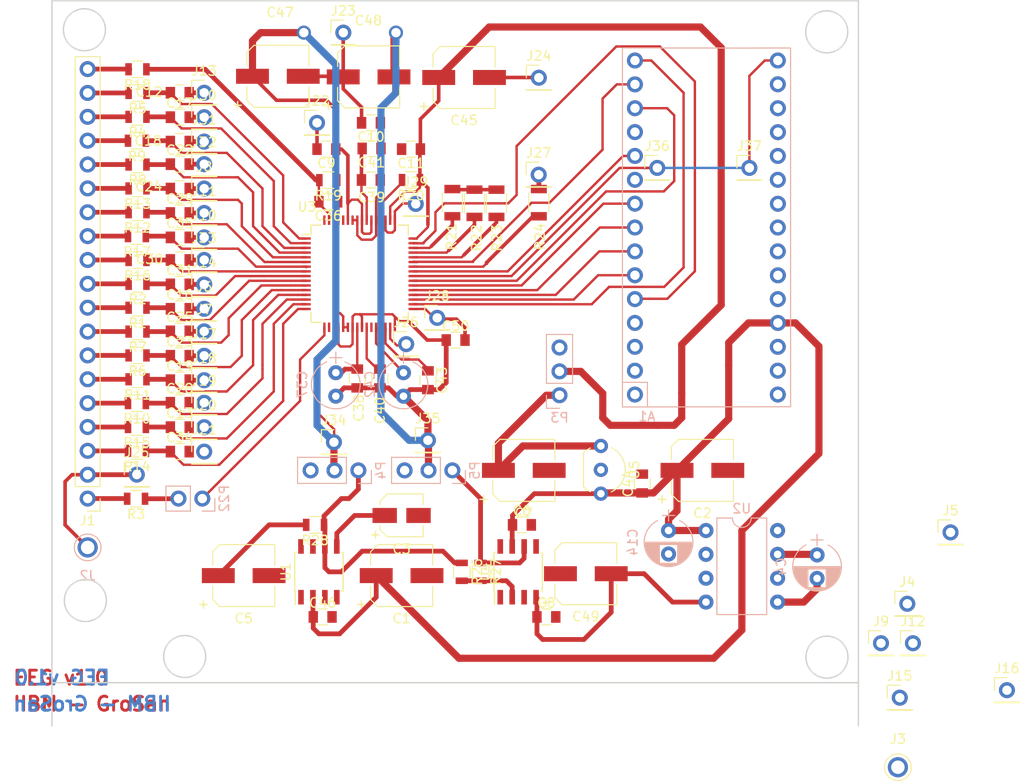
<source format=kicad_pcb>
(kicad_pcb (version 4) (host pcbnew 4.0.7)
  (layers (0 F.Cu signal) (31 B.Cu signal) (34 B.Paste user) (35 F.Paste user) (36 B.SilkS user) (37 F.SilkS user) (38 B.Mask user) (39 F.Mask user) (44 Edge.Cuts user))
  (net 0 "")
  (net 1 GND)
  (net 2 "Net-(C3-Pad1)")
  (net 3 "Net-(C4-Pad1)")
  (net 4 "Net-(C36-Pad1)")
  (net 5 "Net-(C36-Pad2)")
  (net 6 "Net-(C37-Pad1)")
  (net 7 -2.5)
  (net 8 "Net-(C39-Pad1)")
  (net 9 "Net-(C40-Pad1)")
  (net 10 "Net-(C42-Pad1)")
  (net 11 "Net-(C43-Pad1)")
  (net 12 +3.3)
  (net 13 IN8P)
  (net 14 IN8N)
  (net 15 IN7P)
  (net 16 IN7N)
  (net 17 IN6P)
  (net 18 IN6N)
  (net 19 IN5P)
  (net 20 IN5N)
  (net 21 IN4P)
  (net 22 IN4N)
  (net 23 IN3P)
  (net 24 IN3N)
  (net 25 IN2P)
  (net 26 IN2N)
  (net 27 IN1P)
  (net 28 IN1N)
  (net 29 Ref_elec)
  (net 30 Bias)
  (net 31 "Net-(R20-Pad2)")
  (net 32 "Net-(R21-Pad2)")
  (net 33 "Net-(R22-Pad2)")
  (net 34 "Net-(R23-Pad2)")
  (net 35 "Net-(R24-Pad2)")
  (net 36 "Net-(U1-Pad1)")
  (net 37 "Net-(U1-Pad7)")
  (net 38 "Net-(U1-Pad8)")
  (net 39 "Net-(U2-Pad1)")
  (net 40 "Net-(U2-Pad7)")
  (net 41 "Net-(U3-Pad18)")
  (net 42 +2.5)
  (net 43 "Net-(U3-Pad27)")
  (net 44 "Net-(U3-Pad29)")
  (net 45 "Net-(U3-Pad60)")
  (net 46 "Net-(U3-Pad62)")
  (net 47 "Net-(U3-Pad64)")
  (net 48 +5)
  (net 49 "Net-(C5-Pad1)")
  (net 50 "Net-(P5-Pad1)")
  (net 51 -5)
  (net 52 "Net-(R26-Pad2)")
  (net 53 "Net-(U4-Pad1)")
  (net 54 "Net-(U4-Pad5)")
  (net 55 "Net-(U4-Pad8)")
  (net 56 "Net-(J1-Pad4)")
  (net 57 "Net-(J1-Pad3)")
  (net 58 "Net-(C7-Pad1)")
  (net 59 "Net-(P4-Pad1)")
  (net 60 "Net-(P22-Pad1)")
  (net 61 "Net-(J1-Pad5)")
  (net 62 "Net-(J1-Pad6)")
  (net 63 "Net-(J1-Pad7)")
  (net 64 "Net-(J1-Pad8)")
  (net 65 "Net-(J1-Pad9)")
  (net 66 "Net-(J1-Pad10)")
  (net 67 "Net-(J1-Pad11)")
  (net 68 "Net-(J1-Pad13)")
  (net 69 "Net-(J1-Pad15)")
  (net 70 "Net-(C4-Pad2)")
  (net 71 "Net-(U1-Pad3)")
  (net 72 "Net-(U2-Pad6)")
  (net 73 "Net-(A1-Pad1)")
  (net 74 "Net-(A1-Pad30)")
  (net 75 "Net-(A1-Pad2)")
  (net 76 "Net-(A1-Pad3)")
  (net 77 "Net-(A1-Pad28)")
  (net 78 DRDY)
  (net 79 "Net-(A1-Pad26)")
  (net 80 PWDN)
  (net 81 "Net-(A1-Pad25)")
  (net 82 RESET)
  (net 83 "Net-(A1-Pad24)")
  (net 84 CLK)
  (net 85 "Net-(A1-Pad23)")
  (net 86 START)
  (net 87 "Net-(A1-Pad22)")
  (net 88 "Net-(A1-Pad10)")
  (net 89 "Net-(A1-Pad21)")
  (net 90 DAISY_IN)
  (net 91 "Net-(A1-Pad20)")
  (net 92 "Net-(A1-Pad12)")
  (net 93 "Net-(A1-Pad19)")
  (net 94 CS)
  (net 95 "Net-(A1-Pad18)")
  (net 96 MISO)
  (net 97 "Net-(A1-Pad17)")
  (net 98 MOSI)
  (net 99 SCK)
  (net 100 "Net-(J1-Pad12)")
  (net 101 "Net-(J1-Pad14)")
  (net 102 "Net-(J1-Pad16)")
  (net 103 "Net-(P22-Pad2)")
  (net 104 "Net-(J1-Pad17)")
  (net 105 "Net-(J1-Pad18)")
  (module Capacitors_THT:CP_Radial_Tantal_D5.0mm_P2.50mm (layer B.Cu) (at 163.2 73.4 270)
    (fp_text reference C37 (at 1.25 3.56 270) (layer B.SilkS) (effects (justify mirror)))
    (fp_text value 10u)
    (pad 1 thru_hole circle (at 0 0 270) (size 1.6 1.6) (drill 0.8) (layers *.Mask F.Cu) (net 6 "Net-(C37-Pad1)"))
    (pad 2 thru_hole circle (at 2.5 0 270) (size 1.6 1.6) (drill 0.8) (layers *.Mask F.Cu) (net 7 -2.5))
  )
  (module Resistors_SMD:R_0805 (layer F.Cu) (at 176.6 94.6 270)
    (fp_text reference R26 (at 0 -1.65 270) (layer F.SilkS))
    (fp_text value 10k)
    (pad 1 smd rect (at -0.95 0 270) (size 0.7 1.3) (layers F.Cu F.Paste F.Mask) (net 59 "Net-(P4-Pad1)"))
    (pad 2 smd rect (at 0.95 0 270) (size 0.7 1.3) (layers F.Cu F.Paste F.Mask) (net 52 "Net-(R26-Pad2)"))
  )
  (module Capacitors_THT:CP_Radial_Tantal_D5.0mm_P2.50mm (layer B.Cu) (at 170.4 73.4 270)
    (fp_text reference C42 (at 1.25 3.56 270) (layer B.SilkS) (effects (justify mirror)))
    (fp_text value 100u)
    (pad 1 thru_hole circle (at 0 0 270) (size 1.6 1.6) (drill 0.8) (layers *.Mask F.Cu) (net 10 "Net-(C42-Pad1)"))
    (pad 2 thru_hole circle (at 2.5 0 270) (size 1.6 1.6) (drill 0.8) (layers *.Mask F.Cu) (net 7 -2.5))
  )
  (module Capacitors_SMD:C_0805 (layer F.Cu) (at 195.8 85.2 90)
    (fp_text reference C44 (at 0 -1.5 90) (layer F.SilkS))
    (fp_text value 0.1u)
    (pad 1 smd rect (at -1 0 90) (size 1 1.25) (layers F.Cu F.Paste F.Mask) (net 48 +5))
    (pad 2 smd rect (at 1 0 90) (size 1 1.25) (layers F.Cu F.Paste F.Mask) (net 1 GND))
  )
  (module Housings_SOIC:SOIC-8_3.9x4.9mm_Pitch1.27mm (layer F.Cu) (at 161.4 94.6 90)
    (fp_text reference U1 (at 0 -3.5 90) (layer F.SilkS))
    (fp_text value REF5025)
    (pad 1 smd rect (at -2.7 -1.905 90) (size 1.55 0.6) (layers F.Cu F.Paste F.Mask) (net 36 "Net-(U1-Pad1)"))
    (pad 2 smd rect (at -2.7 -0.635 90) (size 1.55 0.6) (layers F.Cu F.Paste F.Mask) (net 48 +5))
    (pad 3 smd rect (at -2.7 0.635 90) (size 1.55 0.6) (layers F.Cu F.Paste F.Mask) (net 71 "Net-(U1-Pad3)"))
    (pad 4 smd rect (at -2.7 1.905 90) (size 1.55 0.6) (layers F.Cu F.Paste F.Mask) (net 1 GND))
    (pad 5 smd rect (at 2.7 1.905 90) (size 1.55 0.6) (layers F.Cu F.Paste F.Mask) (net 2 "Net-(C3-Pad1)"))
    (pad 6 smd rect (at 2.7 0.635 90) (size 1.55 0.6) (layers F.Cu F.Paste F.Mask) (net 59 "Net-(P4-Pad1)"))
    (pad 7 smd rect (at 2.7 -0.635 90) (size 1.55 0.6) (layers F.Cu F.Paste F.Mask) (net 37 "Net-(U1-Pad7)"))
    (pad 8 smd rect (at 2.7 -1.905 90) (size 1.55 0.6) (layers F.Cu F.Paste F.Mask) (net 38 "Net-(U1-Pad8)"))
  )
  (module Pin_Headers:Pin_Header_Straight_1x01_Pitch2.54mm (layer F.Cu) (at 184.785 52.324)
    (fp_text reference J27 (at 0 -2.33) (layer F.SilkS))
    (fp_text value Via)
    (pad 1 thru_hole oval (at 0 0) (size 1.7 1.7) (drill 1) (layers *.Cu *.Mask) (net 1 GND))
  )
  (module NANO:NANO (layer B.Cu) (at 202.184 57.9755)
    (fp_text reference A1 (at -5.89 20.08) (layer B.SilkS) (effects (justify mirror)))
    (fp_text value NANO)
    (pad 1 thru_hole oval (at -7.16 17.75) (size 1.7 1.7) (drill 1) (layers *.Mask F.Cu) (net 73 "Net-(A1-Pad1)"))
    (pad 30 thru_hole oval (at 8.04 17.75) (size 1.7 1.7) (drill 1) (layers *.Mask F.Cu) (net 74 "Net-(A1-Pad30)"))
    (pad 2 thru_hole oval (at -7.16 15.21) (size 1.7 1.7) (drill 1) (layers *.Mask F.Cu) (net 75 "Net-(A1-Pad2)"))
    (pad 29 thru_hole oval (at 8.04 15.21) (size 1.7 1.7) (drill 1) (layers *.Mask F.Cu) (net 1 GND))
    (pad 3 thru_hole oval (at -7.16 12.67) (size 1.7 1.7) (drill 1) (layers *.Mask F.Cu) (net 76 "Net-(A1-Pad3)"))
    (pad 28 thru_hole oval (at 8.04 12.67) (size 1.7 1.7) (drill 1) (layers *.Mask F.Cu) (net 77 "Net-(A1-Pad28)"))
    (pad 4 thru_hole oval (at -7.16 10.13) (size 1.7 1.7) (drill 1) (layers *.Mask F.Cu) (net 1 GND))
    (pad 27 thru_hole oval (at 8.05 10.13) (size 1.7 1.7) (drill 1) (layers *.Mask F.Cu) (net 48 +5))
    (pad 5 thru_hole oval (at -7.16 7.59) (size 1.7 1.7) (drill 1) (layers *.Mask F.Cu) (net 78 DRDY))
    (pad 26 thru_hole oval (at 8.04 7.59) (size 1.7 1.7) (drill 1) (layers *.Mask F.Cu) (net 79 "Net-(A1-Pad26)"))
    (pad 6 thru_hole oval (at -7.16 5.05) (size 1.7 1.7) (drill 1) (layers *.Mask F.Cu) (net 80 PWDN))
    (pad 25 thru_hole oval (at 8.05 5.06) (size 1.7 1.7) (drill 1) (layers *.Mask F.Cu) (net 81 "Net-(A1-Pad25)"))
    (pad 7 thru_hole oval (at -7.16 2.51) (size 1.7 1.7) (drill 1) (layers *.Mask F.Cu) (net 82 RESET))
    (pad 24 thru_hole oval (at 8.04 2.51) (size 1.7 1.7) (drill 1) (layers *.Mask F.Cu) (net 83 "Net-(A1-Pad24)"))
    (pad 8 thru_hole oval (at -7.16 -0.03) (size 1.7 1.7) (drill 1) (layers *.Mask F.Cu) (net 84 CLK))
    (pad 23 thru_hole oval (at 8.04 -0.03) (size 1.7 1.7) (drill 1) (layers *.Mask F.Cu) (net 85 "Net-(A1-Pad23)"))
    (pad 9 thru_hole oval (at -7.16 -2.57) (size 1.7 1.7) (drill 1) (layers *.Mask F.Cu) (net 86 START))
    (pad 22 thru_hole oval (at 8.05 -2.56) (size 1.7 1.7) (drill 1) (layers *.Mask F.Cu) (net 87 "Net-(A1-Pad22)"))
    (pad 10 thru_hole oval (at -7.16 -5.11) (size 1.7 1.7) (drill 1) (layers *.Mask F.Cu) (net 88 "Net-(A1-Pad10)"))
    (pad 21 thru_hole oval (at 8.04 -5.11) (size 1.7 1.7) (drill 1) (layers *.Mask F.Cu) (net 89 "Net-(A1-Pad21)"))
    (pad 11 thru_hole oval (at -7.16 -7.65) (size 1.7 1.7) (drill 1) (layers *.Mask F.Cu) (net 90 DAISY_IN))
    (pad 20 thru_hole oval (at 8.04 -7.65) (size 1.7 1.7) (drill 1) (layers *.Mask F.Cu) (net 91 "Net-(A1-Pad20)"))
    (pad 12 thru_hole oval (at -7.16 -10.19) (size 1.7 1.7) (drill 1) (layers *.Mask F.Cu) (net 92 "Net-(A1-Pad12)"))
    (pad 19 thru_hole oval (at 8.05 -10.18) (size 1.7 1.7) (drill 1) (layers *.Mask F.Cu) (net 93 "Net-(A1-Pad19)"))
    (pad 13 thru_hole oval (at -7.16 -12.73) (size 1.7 1.7) (drill 1) (layers *.Mask F.Cu) (net 94 CS))
    (pad 18 thru_hole oval (at 8.05 -12.73) (size 1.7 1.7) (drill 1) (layers *.Mask F.Cu) (net 95 "Net-(A1-Pad18)"))
    (pad 14 thru_hole oval (at -7.16 -15.27) (size 1.7 1.7) (drill 1) (layers *.Mask F.Cu) (net 96 MISO))
    (pad 17 thru_hole oval (at 8.04 -15.28) (size 1.7 1.7) (drill 1) (layers *.Mask F.Cu) (net 97 "Net-(A1-Pad17)"))
    (pad 15 thru_hole oval (at -7.16 -17.81) (size 1.7 1.7) (drill 1) (layers *.Mask F.Cu) (net 98 MOSI))
    (pad 16 thru_hole oval (at 8.04 -17.81) (size 1.7 1.7) (drill 1) (layers *.Mask F.Cu) (net 99 SCK))
  )
  (module Capacitors_THT:CP_Radial_D5.0mm_P2.50mm (layer B.Cu) (at 214.4 92.8 270)
    (fp_text reference C4 (at 1.25 3.81 270) (layer B.SilkS) (effects (justify mirror)))
    (fp_text value 10u)
    (pad 1 thru_hole circle (at 0 0 270) (size 1.6 1.6) (drill 0.8) (layers *.Mask F.Cu) (net 3 "Net-(C4-Pad1)"))
    (pad 2 thru_hole circle (at 2.5 0 270) (size 1.6 1.6) (drill 0.8) (layers *.Mask F.Cu) (net 70 "Net-(C4-Pad2)"))
  )
  (module Housings_DIP:DIP-8_W7.62mm (layer B.Cu) (at 210.2 90.2 180)
    (fp_text reference U2 (at 3.81 2.33 180) (layer B.SilkS) (effects (justify mirror)))
    (fp_text value 7660)
    (pad 1 thru_hole oval (at 0 0 180) (size 1.6 1.6) (drill 0.8) (layers *.Mask F.Cu) (net 39 "Net-(U2-Pad1)"))
    (pad 5 thru_hole oval (at 7.62 -7.62 180) (size 1.6 1.6) (drill 0.8) (layers *.Mask F.Cu) (net 51 -5))
    (pad 2 thru_hole oval (at 0 -2.54 180) (size 1.6 1.6) (drill 0.8) (layers *.Mask F.Cu) (net 3 "Net-(C4-Pad1)"))
    (pad 6 thru_hole oval (at 7.62 -5.08 180) (size 1.6 1.6) (drill 0.8) (layers *.Mask F.Cu) (net 72 "Net-(U2-Pad6)"))
    (pad 3 thru_hole oval (at 0 -5.08 180) (size 1.6 1.6) (drill 0.8) (layers *.Mask F.Cu) (net 1 GND))
    (pad 7 thru_hole oval (at 7.62 -2.54 180) (size 1.6 1.6) (drill 0.8) (layers *.Mask F.Cu) (net 40 "Net-(U2-Pad7)"))
    (pad 4 thru_hole oval (at 0 -7.62 180) (size 1.6 1.6) (drill 0.8) (layers *.Mask F.Cu) (net 70 "Net-(C4-Pad2)"))
    (pad 8 thru_hole oval (at 7.62 0 180) (size 1.6 1.6) (drill 0.8) (layers *.Mask F.Cu) (net 48 +5))
  )
  (module Capacitors_SMD:CP_Elec_6.3x5.8 (layer F.Cu) (at 166.6875 41.91)
    (fp_text reference C48 (at -0.0254 -5.9944) (layer F.SilkS))
    (fp_text value 10u)
    (fp_text user + (at -4.28 3.01) (layer F.SilkS))
    (pad 1 smd rect (at -2.7 0 180) (size 3.5 1.6) (layers F.Cu F.Paste F.Mask) (net 1 GND))
    (pad 2 smd rect (at 2.7 0 180) (size 3.5 1.6) (layers F.Cu F.Paste F.Mask) (net 7 -2.5))
  )
  (module Housings_QFP:LQFP-64_10x10mm_Pitch0.5mm (layer F.Cu) (at 165.735 62.865)
    (fp_text reference U3 (at -5.588 -7.112) (layer F.SilkS))
    (fp_text value ADS1299)
    (pad 1 smd rect (at -5.7 -3.75) (size 1 0.25) (layers F.Cu F.Paste F.Mask) (net 14 IN8N))
    (pad 2 smd rect (at -5.7 -3.25) (size 1 0.25) (layers F.Cu F.Paste F.Mask) (net 13 IN8P))
    (pad 3 smd rect (at -5.7 -2.75) (size 1 0.25) (layers F.Cu F.Paste F.Mask) (net 16 IN7N))
    (pad 4 smd rect (at -5.7 -2.25) (size 1 0.25) (layers F.Cu F.Paste F.Mask) (net 15 IN7P))
    (pad 5 smd rect (at -5.7 -1.75) (size 1 0.25) (layers F.Cu F.Paste F.Mask) (net 18 IN6N))
    (pad 6 smd rect (at -5.7 -1.25) (size 1 0.25) (layers F.Cu F.Paste F.Mask) (net 17 IN6P))
    (pad 7 smd rect (at -5.7 -0.75) (size 1 0.25) (layers F.Cu F.Paste F.Mask) (net 20 IN5N))
    (pad 8 smd rect (at -5.7 -0.25) (size 1 0.25) (layers F.Cu F.Paste F.Mask) (net 19 IN5P))
    (pad 9 smd rect (at -5.7 0.25) (size 1 0.25) (layers F.Cu F.Paste F.Mask) (net 22 IN4N))
    (pad 10 smd rect (at -5.7 0.75) (size 1 0.25) (layers F.Cu F.Paste F.Mask) (net 21 IN4P))
    (pad 11 smd rect (at -5.7 1.25) (size 1 0.25) (layers F.Cu F.Paste F.Mask) (net 24 IN3N))
    (pad 12 smd rect (at -5.7 1.75) (size 1 0.25) (layers F.Cu F.Paste F.Mask) (net 23 IN3P))
    (pad 13 smd rect (at -5.7 2.25) (size 1 0.25) (layers F.Cu F.Paste F.Mask) (net 26 IN2N))
    (pad 14 smd rect (at -5.7 2.75) (size 1 0.25) (layers F.Cu F.Paste F.Mask) (net 25 IN2P))
    (pad 15 smd rect (at -5.7 3.25) (size 1 0.25) (layers F.Cu F.Paste F.Mask) (net 28 IN1N))
    (pad 16 smd rect (at -5.7 3.75) (size 1 0.25) (layers F.Cu F.Paste F.Mask) (net 27 IN1P))
    (pad 17 smd rect (at -3.75 5.7 90) (size 1 0.25) (layers F.Cu F.Paste F.Mask) (net 60 "Net-(P22-Pad1)"))
    (pad 18 smd rect (at -3.25 5.7 90) (size 1 0.25) (layers F.Cu F.Paste F.Mask) (net 41 "Net-(U3-Pad18)"))
    (pad 19 smd rect (at -2.75 5.7 90) (size 1 0.25) (layers F.Cu F.Paste F.Mask) (net 42 +2.5))
    (pad 20 smd rect (at -2.25 5.7 90) (size 1 0.25) (layers F.Cu F.Paste F.Mask) (net 7 -2.5))
    (pad 21 smd rect (at -1.75 5.7 90) (size 1 0.25) (layers F.Cu F.Paste F.Mask) (net 42 +2.5))
    (pad 22 smd rect (at -1.25 5.7 90) (size 1 0.25) (layers F.Cu F.Paste F.Mask) (net 42 +2.5))
    (pad 23 smd rect (at -0.75 5.7 90) (size 1 0.25) (layers F.Cu F.Paste F.Mask) (net 7 -2.5))
    (pad 24 smd rect (at -0.25 5.7 90) (size 1 0.25) (layers F.Cu F.Paste F.Mask) (net 6 "Net-(C37-Pad1)"))
    (pad 25 smd rect (at 0.25 5.7 90) (size 1 0.25) (layers F.Cu F.Paste F.Mask) (net 7 -2.5))
    (pad 26 smd rect (at 0.75 5.7 90) (size 1 0.25) (layers F.Cu F.Paste F.Mask) (net 9 "Net-(C40-Pad1)"))
    (pad 27 smd rect (at 1.25 5.7 90) (size 1 0.25) (layers F.Cu F.Paste F.Mask) (net 43 "Net-(U3-Pad27)"))
    (pad 28 smd rect (at 1.75 5.7 90) (size 1 0.25) (layers F.Cu F.Paste F.Mask) (net 10 "Net-(C42-Pad1)"))
    (pad 29 smd rect (at 2.25 5.7 90) (size 1 0.25) (layers F.Cu F.Paste F.Mask) (net 44 "Net-(U3-Pad29)"))
    (pad 30 smd rect (at 2.75 5.7 90) (size 1 0.25) (layers F.Cu F.Paste F.Mask) (net 11 "Net-(C43-Pad1)"))
    (pad 31 smd rect (at 3.25 5.7 90) (size 1 0.25) (layers F.Cu F.Paste F.Mask) (net 1 GND))
    (pad 32 smd rect (at 3.75 5.7 90) (size 1 0.25) (layers F.Cu F.Paste F.Mask) (net 7 -2.5))
    (pad 33 smd rect (at 5.7 3.75) (size 1 0.25) (layers F.Cu F.Paste F.Mask) (net 1 GND))
    (pad 34 smd rect (at 5.7 3.25) (size 1 0.25) (layers F.Cu F.Paste F.Mask) (net 98 MOSI))
    (pad 35 smd rect (at 5.7 2.75) (size 1 0.25) (layers F.Cu F.Paste F.Mask) (net 80 PWDN))
    (pad 36 smd rect (at 5.7 2.25) (size 1 0.25) (layers F.Cu F.Paste F.Mask) (net 82 RESET))
    (pad 37 smd rect (at 5.7 1.75) (size 1 0.25) (layers F.Cu F.Paste F.Mask) (net 84 CLK))
    (pad 38 smd rect (at 5.7 1.25) (size 1 0.25) (layers F.Cu F.Paste F.Mask) (net 86 START))
    (pad 39 smd rect (at 5.7 0.75) (size 1 0.25) (layers F.Cu F.Paste F.Mask) (net 94 CS))
    (pad 40 smd rect (at 5.7 0.25) (size 1 0.25) (layers F.Cu F.Paste F.Mask) (net 99 SCK))
    (pad 41 smd rect (at 5.7 -0.25) (size 1 0.25) (layers F.Cu F.Paste F.Mask) (net 90 DAISY_IN))
    (pad 42 smd rect (at 5.7 -0.75) (size 1 0.25) (layers F.Cu F.Paste F.Mask) (net 35 "Net-(R24-Pad2)"))
    (pad 43 smd rect (at 5.7 -1.25) (size 1 0.25) (layers F.Cu F.Paste F.Mask) (net 96 MISO))
    (pad 44 smd rect (at 5.7 -1.75) (size 1 0.25) (layers F.Cu F.Paste F.Mask) (net 34 "Net-(R23-Pad2)"))
    (pad 45 smd rect (at 5.7 -2.25) (size 1 0.25) (layers F.Cu F.Paste F.Mask) (net 33 "Net-(R22-Pad2)"))
    (pad 46 smd rect (at 5.7 -2.75) (size 1 0.25) (layers F.Cu F.Paste F.Mask) (net 32 "Net-(R21-Pad2)"))
    (pad 47 smd rect (at 5.7 -3.25) (size 1 0.25) (layers F.Cu F.Paste F.Mask) (net 78 DRDY))
    (pad 48 smd rect (at 5.7 -3.75) (size 1 0.25) (layers F.Cu F.Paste F.Mask) (net 12 +3.3))
    (pad 49 smd rect (at 3.75 -5.7 90) (size 1 0.25) (layers F.Cu F.Paste F.Mask) (net 1 GND))
    (pad 50 smd rect (at 3.25 -5.7 90) (size 1 0.25) (layers F.Cu F.Paste F.Mask) (net 12 +3.3))
    (pad 51 smd rect (at 2.75 -5.7 90) (size 1 0.25) (layers F.Cu F.Paste F.Mask) (net 1 GND))
    (pad 52 smd rect (at 2.25 -5.7 90) (size 1 0.25) (layers F.Cu F.Paste F.Mask) (net 31 "Net-(R20-Pad2)"))
    (pad 53 smd rect (at 1.75 -5.7 90) (size 1 0.25) (layers F.Cu F.Paste F.Mask) (net 7 -2.5))
    (pad 54 smd rect (at 1.25 -5.7 90) (size 1 0.25) (layers F.Cu F.Paste F.Mask) (net 42 +2.5))
    (pad 55 smd rect (at 0.75 -5.7 90) (size 1 0.25) (layers F.Cu F.Paste F.Mask) (net 8 "Net-(C39-Pad1)"))
    (pad 56 smd rect (at 0.25 -5.7 90) (size 1 0.25) (layers F.Cu F.Paste F.Mask) (net 42 +2.5))
    (pad 57 smd rect (at -0.25 -5.7 90) (size 1 0.25) (layers F.Cu F.Paste F.Mask) (net 7 -2.5))
    (pad 58 smd rect (at -0.75 -5.7 90) (size 1 0.25) (layers F.Cu F.Paste F.Mask) (net 7 -2.5))
    (pad 59 smd rect (at -1.25 -5.7 90) (size 1 0.25) (layers F.Cu F.Paste F.Mask) (net 42 +2.5))
    (pad 60 smd rect (at -1.75 -5.7 90) (size 1 0.25) (layers F.Cu F.Paste F.Mask) (net 45 "Net-(U3-Pad60)"))
    (pad 61 smd rect (at -2.25 -5.7 90) (size 1 0.25) (layers F.Cu F.Paste F.Mask) (net 4 "Net-(C36-Pad1)"))
    (pad 62 smd rect (at -2.75 -5.7 90) (size 1 0.25) (layers F.Cu F.Paste F.Mask) (net 46 "Net-(U3-Pad62)"))
    (pad 63 smd rect (at -3.25 -5.7 90) (size 1 0.25) (layers F.Cu F.Paste F.Mask) (net 5 "Net-(C36-Pad2)"))
    (pad 64 smd rect (at -3.75 -5.7 90) (size 1 0.25) (layers F.Cu F.Paste F.Mask) (net 47 "Net-(U3-Pad64)"))
  )
  (module Pin_Headers:Pin_Header_Straight_1x03_Pitch2.54mm (layer B.Cu) (at 175.6 83.8 90)
    (fp_text reference P5 (at 0 2.39 90) (layer B.SilkS) (effects (justify mirror)))
    (fp_text value -2.5V)
    (pad 1 thru_hole circle (at 0 0 90) (size 1.7 1.7) (drill 1) (layers *.Mask F.Cu) (net 50 "Net-(P5-Pad1)"))
    (pad 2 thru_hole circle (at 0 -2.54 90) (size 1.7 1.7) (drill 1) (layers *.Mask F.Cu) (net 7 -2.5))
    (pad 3 thru_hole circle (at 0 -5.08 90) (size 1.7 1.7) (drill 1) (layers *.Mask F.Cu) (net 1 GND))
  )
  (module Capacitors_SMD:C_0805 (layer F.Cu) (at 185.6 99.4)
    (fp_text reference C8 (at 0 -1.5) (layer F.SilkS))
    (fp_text value 0.1u)
    (pad 1 smd rect (at -1 0) (size 1 1.25) (layers F.Cu F.Paste F.Mask) (net 51 -5))
    (pad 2 smd rect (at 1 0) (size 1 1.25) (layers F.Cu F.Paste F.Mask) (net 1 GND))
  )
  (module Housings_SOIC:SOIC-8_3.9x4.9mm_Pitch1.27mm (layer F.Cu) (at 182.6 94.6 90)
    (fp_text reference U4 (at 0 -3.5 90) (layer F.SilkS))
    (fp_text value OPA735)
    (pad 1 smd rect (at -2.7 -1.905 90) (size 1.55 0.6) (layers F.Cu F.Paste F.Mask) (net 53 "Net-(U4-Pad1)"))
    (pad 2 smd rect (at -2.7 -0.635 90) (size 1.55 0.6) (layers F.Cu F.Paste F.Mask) (net 52 "Net-(R26-Pad2)"))
    (pad 3 smd rect (at -2.7 0.635 90) (size 1.55 0.6) (layers F.Cu F.Paste F.Mask) (net 1 GND))
    (pad 4 smd rect (at -2.7 1.905 90) (size 1.55 0.6) (layers F.Cu F.Paste F.Mask) (net 51 -5))
    (pad 5 smd rect (at 2.7 1.905 90) (size 1.55 0.6) (layers F.Cu F.Paste F.Mask) (net 54 "Net-(U4-Pad5)"))
    (pad 6 smd rect (at 2.7 0.635 90) (size 1.55 0.6) (layers F.Cu F.Paste F.Mask) (net 50 "Net-(P5-Pad1)"))
    (pad 7 smd rect (at 2.7 -0.635 90) (size 1.55 0.6) (layers F.Cu F.Paste F.Mask) (net 48 +5))
    (pad 8 smd rect (at 2.7 -1.905 90) (size 1.55 0.6) (layers F.Cu F.Paste F.Mask) (net 55 "Net-(U4-Pad8)"))
  )
  (module Capacitors_SMD:C_0805 (layer F.Cu) (at 173 74.2 270)
    (fp_text reference C43 (at 0 -1.5 270) (layer F.SilkS))
    (fp_text value 1u)
    (pad 1 smd rect (at -1 0 270) (size 1 1.25) (layers F.Cu F.Paste F.Mask) (net 11 "Net-(C43-Pad1)"))
    (pad 2 smd rect (at 1 0 270) (size 1 1.25) (layers F.Cu F.Paste F.Mask) (net 7 -2.5))
  )
  (module Capacitors_SMD:C_0805 (layer F.Cu) (at 167.894 74.0156 270)
    (fp_text reference C40 (at 3.4036 0 270) (layer F.SilkS))
    (fp_text value 1u)
    (pad 1 smd rect (at -1 0 270) (size 1 1.25) (layers F.Cu F.Paste F.Mask) (net 9 "Net-(C40-Pad1)"))
    (pad 2 smd rect (at 1 0 270) (size 1 1.25) (layers F.Cu F.Paste F.Mask) (net 7 -2.5))
  )
  (module Capacitors_SMD:C_0805 (layer F.Cu) (at 166.9288 52.8828)
    (fp_text reference C39 (at 0.0762 1.8542) (layer F.SilkS))
    (fp_text value 0.1u)
    (pad 1 smd rect (at -1 0) (size 1 1.25) (layers F.Cu F.Paste F.Mask) (net 8 "Net-(C39-Pad1)"))
    (pad 2 smd rect (at 1 0) (size 1 1.25) (layers F.Cu F.Paste F.Mask) (net 7 -2.5))
  )
  (module Capacitors_SMD:C_0805 (layer F.Cu) (at 165.481 74.0156 270)
    (fp_text reference C38 (at 3.1496 -0.1778 270) (layer F.SilkS))
    (fp_text value 0.1u)
    (pad 1 smd rect (at -1 0 270) (size 1 1.25) (layers F.Cu F.Paste F.Mask) (net 6 "Net-(C37-Pad1)"))
    (pad 2 smd rect (at 1 0 270) (size 1 1.25) (layers F.Cu F.Paste F.Mask) (net 7 -2.5))
  )
  (module Capacitors_SMD:C_0805 (layer F.Cu) (at 162.4 55.2 180)
    (fp_text reference C36 (at 0 -1.5 180) (layer F.SilkS))
    (fp_text value 1n)
    (pad 1 smd rect (at -1 0 180) (size 1 1.25) (layers F.Cu F.Paste F.Mask) (net 4 "Net-(C36-Pad1)"))
    (pad 2 smd rect (at 1 0 180) (size 1 1.25) (layers F.Cu F.Paste F.Mask) (net 5 "Net-(C36-Pad2)"))
  )
  (module Capacitors_SMD:C_0805 (layer F.Cu) (at 146.6 64)
    (fp_text reference C31 (at 0 -1.5) (layer F.SilkS))
    (fp_text value 4.7n)
    (pad 1 smd rect (at -1 0) (size 1 1.25) (layers F.Cu F.Paste F.Mask) (net 22 IN4N))
    (pad 2 smd rect (at 1 0) (size 1 1.25) (layers F.Cu F.Paste F.Mask) (net 1 GND))
  )
  (module Capacitors_SMD:C_0805 (layer F.Cu) (at 146.6 61.4)
    (fp_text reference C30 (at -3.221 -0.08716) (layer F.SilkS))
    (fp_text value 4.7n)
    (pad 1 smd rect (at -1 0) (size 1 1.25) (layers F.Cu F.Paste F.Mask) (net 19 IN5P))
    (pad 2 smd rect (at 1 0) (size 1 1.25) (layers F.Cu F.Paste F.Mask) (net 1 GND))
  )
  (module Capacitors_SMD:C_0805 (layer F.Cu) (at 146.6 69)
    (fp_text reference C25 (at 0 -1.5) (layer F.SilkS))
    (fp_text value 4.7n)
    (pad 1 smd rect (at -1 0) (size 1 1.25) (layers F.Cu F.Paste F.Mask) (net 24 IN3N))
    (pad 2 smd rect (at 1 0) (size 1 1.25) (layers F.Cu F.Paste F.Mask) (net 1 GND))
  )
  (module Capacitors_SMD:C_0805 (layer F.Cu) (at 146.6 53.8)
    (fp_text reference C24 (at -3.297 -0.21416) (layer F.SilkS))
    (fp_text value 4.7n)
    (pad 1 smd rect (at -1 0) (size 1 1.25) (layers F.Cu F.Paste F.Mask) (net 18 IN6N))
    (pad 2 smd rect (at 1 0) (size 1 1.25) (layers F.Cu F.Paste F.Mask) (net 1 GND))
  )
  (module Capacitors_SMD:C_0805 (layer F.Cu) (at 146.6 74.2)
    (fp_text reference C19 (at 0 -1.5) (layer F.SilkS))
    (fp_text value 4.7n)
    (pad 1 smd rect (at -1 0) (size 1 1.25) (layers F.Cu F.Paste F.Mask) (net 26 IN2N))
    (pad 2 smd rect (at 1 0) (size 1 1.25) (layers F.Cu F.Paste F.Mask) (net 1 GND))
  )
  (module Capacitors_SMD:C_0805 (layer F.Cu) (at 146.6 48.8)
    (fp_text reference C18 (at -3.365 -0.08716) (layer F.SilkS))
    (fp_text value 4.7n)
    (pad 1 smd rect (at -1 0) (size 1 1.25) (layers F.Cu F.Paste F.Mask) (net 16 IN7N))
    (pad 2 smd rect (at 1 0) (size 1 1.25) (layers F.Cu F.Paste F.Mask) (net 1 GND))
  )
  (module Capacitors_SMD:C_0805 (layer F.Cu) (at 146.6 79.2)
    (fp_text reference C13 (at 0 -1.5) (layer F.SilkS))
    (fp_text value 4.7n)
    (pad 1 smd rect (at -1 0) (size 1 1.25) (layers F.Cu F.Paste F.Mask) (net 28 IN1N))
    (pad 2 smd rect (at 1 0) (size 1 1.25) (layers F.Cu F.Paste F.Mask) (net 1 GND))
  )
  (module Capacitors_SMD:C_0805 (layer F.Cu) (at 146.6 43.6)
    (fp_text reference C12 (at -3.26 -0.08716) (layer F.SilkS))
    (fp_text value 4.7n)
    (pad 1 smd rect (at -1 0) (size 1 1.25) (layers F.Cu F.Paste F.Mask) (net 14 IN8N))
    (pad 2 smd rect (at 1 0) (size 1 1.25) (layers F.Cu F.Paste F.Mask) (net 1 GND))
  )
  (module Capacitors_SMD:C_0805 (layer F.Cu) (at 166.9415 46.7995 180)
    (fp_text reference C10 (at 0 -1.5 180) (layer F.SilkS))
    (fp_text value 0.1u)
    (pad 1 smd rect (at -1 0 180) (size 1 1.25) (layers F.Cu F.Paste F.Mask) (net 7 -2.5))
    (pad 2 smd rect (at 1 0 180) (size 1 1.25) (layers F.Cu F.Paste F.Mask) (net 1 GND))
  )
  (module Pin_Headers:Pin_Header_Straight_1x03_Pitch2.54mm (layer B.Cu) (at 187 75.8)
    (fp_text reference P3 (at 0 2.39) (layer B.SilkS) (effects (justify mirror)))
    (fp_text value +3.3V)
    (pad 1 thru_hole circle (at 0 0) (size 1.7 1.7) (drill 1) (layers *.Mask F.Cu) (net 58 "Net-(C7-Pad1)"))
    (pad 2 thru_hole circle (at 0 -2.54) (size 1.7 1.7) (drill 1) (layers *.Mask F.Cu) (net 12 +3.3))
    (pad 3 thru_hole circle (at 0 -5.08) (size 1.7 1.7) (drill 1) (layers *.Mask F.Cu) (net 1 GND))
  )
  (module Pin_Headers:Pin_Header_Straight_1x03_Pitch2.54mm (layer B.Cu) (at 165.6 83.8 90)
    (fp_text reference P4 (at 0 2.39 90) (layer B.SilkS) (effects (justify mirror)))
    (fp_text value +2.5V)
    (pad 1 thru_hole circle (at 0 0 90) (size 1.7 1.7) (drill 1) (layers *.Mask F.Cu) (net 59 "Net-(P4-Pad1)"))
    (pad 2 thru_hole circle (at 0 -2.54 90) (size 1.7 1.7) (drill 1) (layers *.Mask F.Cu) (net 42 +2.5))
    (pad 3 thru_hole circle (at 0 -5.08 90) (size 1.7 1.7) (drill 1) (layers *.Mask F.Cu) (net 1 GND))
  )
  (module Resistors_SMD:R_0805 (layer F.Cu) (at 142.106 66.4845 180)
    (fp_text reference R1 (at 0 -1.65 180) (layer F.SilkS))
    (fp_text value 4.99k)
    (pad 1 smd rect (at -0.95 0 180) (size 0.7 1.3) (layers F.Cu F.Paste F.Mask) (net 21 IN4P))
    (pad 2 smd rect (at 0.95 0 180) (size 0.7 1.3) (layers F.Cu F.Paste F.Mask) (net 65 "Net-(J1-Pad9)"))
  )
  (module Resistors_SMD:R_0805 (layer F.Cu) (at 142.106 63.9445 180)
    (fp_text reference R2 (at 0 -1.65 180) (layer F.SilkS))
    (fp_text value 4.99k)
    (pad 1 smd rect (at -0.95 0 180) (size 0.7 1.3) (layers F.Cu F.Paste F.Mask) (net 22 IN4N))
    (pad 2 smd rect (at 0.95 0 180) (size 0.7 1.3) (layers F.Cu F.Paste F.Mask) (net 66 "Net-(J1-Pad10)"))
  )
  (module Resistors_SMD:R_0805 (layer F.Cu) (at 141.9536 86.8172 180)
    (fp_text reference R3 (at 0 -1.65 180) (layer F.SilkS))
    (fp_text value 4.99k)
    (pad 1 smd rect (at -0.95 0 180) (size 0.7 1.3) (layers F.Cu F.Paste F.Mask) (net 103 "Net-(P22-Pad2)"))
    (pad 2 smd rect (at 0.95 0 180) (size 0.7 1.3) (layers F.Cu F.Paste F.Mask) (net 29 Ref_elec))
  )
  (module Resistors_SMD:R_0805 (layer F.Cu) (at 142.106 46.1645 180)
    (fp_text reference R4 (at 0 -1.65 180) (layer F.SilkS))
    (fp_text value 4.99k)
    (pad 1 smd rect (at -0.95 0 180) (size 0.7 1.3) (layers F.Cu F.Paste F.Mask) (net 13 IN8P))
    (pad 2 smd rect (at 0.95 0 180) (size 0.7 1.3) (layers F.Cu F.Paste F.Mask) (net 104 "Net-(J1-Pad17)"))
  )
  (module Resistors_SMD:R_0805 (layer F.Cu) (at 142.106 43.6245 180)
    (fp_text reference R5 (at 0 -1.65 180) (layer F.SilkS))
    (fp_text value 4.99k)
    (pad 1 smd rect (at -0.95 0 180) (size 0.7 1.3) (layers F.Cu F.Paste F.Mask) (net 14 IN8N))
    (pad 2 smd rect (at 0.95 0 180) (size 0.7 1.3) (layers F.Cu F.Paste F.Mask) (net 105 "Net-(J1-Pad18)"))
  )
  (module Resistors_SMD:R_0805 (layer F.Cu) (at 142.106 71.5645 180)
    (fp_text reference R6 (at 0 -1.65 180) (layer F.SilkS))
    (fp_text value 4.99k)
    (pad 1 smd rect (at -0.95 0 180) (size 0.7 1.3) (layers F.Cu F.Paste F.Mask) (net 23 IN3P))
    (pad 2 smd rect (at 0.95 0 180) (size 0.7 1.3) (layers F.Cu F.Paste F.Mask) (net 63 "Net-(J1-Pad7)"))
  )
  (module Resistors_SMD:R_0805 (layer F.Cu) (at 142.106 69.0245 180)
    (fp_text reference R7 (at 0 -1.65 180) (layer F.SilkS))
    (fp_text value 4.99k)
    (pad 1 smd rect (at -0.95 0 180) (size 0.7 1.3) (layers F.Cu F.Paste F.Mask) (net 24 IN3N))
    (pad 2 smd rect (at 0.95 0 180) (size 0.7 1.3) (layers F.Cu F.Paste F.Mask) (net 64 "Net-(J1-Pad8)"))
  )
  (module Resistors_SMD:R_0805 (layer F.Cu) (at 142.106 51.2445 180)
    (fp_text reference R8 (at 0 -1.65 180) (layer F.SilkS))
    (fp_text value 4.99k)
    (pad 1 smd rect (at -0.95 0 180) (size 0.7 1.3) (layers F.Cu F.Paste F.Mask) (net 15 IN7P))
    (pad 2 smd rect (at 0.95 0 180) (size 0.7 1.3) (layers F.Cu F.Paste F.Mask) (net 69 "Net-(J1-Pad15)"))
  )
  (module Resistors_SMD:R_0805 (layer F.Cu) (at 142.0425 48.7045 180)
    (fp_text reference R9 (at 0 -1.65 180) (layer F.SilkS))
    (fp_text value 4.99k)
    (pad 1 smd rect (at -0.95 0 180) (size 0.7 1.3) (layers F.Cu F.Paste F.Mask) (net 16 IN7N))
    (pad 2 smd rect (at 0.95 0 180) (size 0.7 1.3) (layers F.Cu F.Paste F.Mask) (net 102 "Net-(J1-Pad16)"))
  )
  (module Resistors_SMD:R_0805 (layer F.Cu) (at 142.0425 76.6445 180)
    (fp_text reference R10 (at 0 -1.65 180) (layer F.SilkS))
    (fp_text value 4.99k)
    (pad 1 smd rect (at -0.95 0 180) (size 0.7 1.3) (layers F.Cu F.Paste F.Mask) (net 25 IN2P))
    (pad 2 smd rect (at 0.95 0 180) (size 0.7 1.3) (layers F.Cu F.Paste F.Mask) (net 61 "Net-(J1-Pad5)"))
  )
  (module Resistors_SMD:R_0805 (layer F.Cu) (at 142.106 74.1045 180)
    (fp_text reference R11 (at 0 -1.65 180) (layer F.SilkS))
    (fp_text value 4.99k)
    (pad 1 smd rect (at -0.95 0 180) (size 0.7 1.3) (layers F.Cu F.Paste F.Mask) (net 26 IN2N))
    (pad 2 smd rect (at 0.95 0 180) (size 0.7 1.3) (layers F.Cu F.Paste F.Mask) (net 62 "Net-(J1-Pad6)"))
  )
  (module Resistors_SMD:R_0805 (layer F.Cu) (at 142.106 56.3245 180)
    (fp_text reference R12 (at 0 -1.65 180) (layer F.SilkS))
    (fp_text value 4.99k)
    (pad 1 smd rect (at -0.95 0 180) (size 0.7 1.3) (layers F.Cu F.Paste F.Mask) (net 17 IN6P))
    (pad 2 smd rect (at 0.95 0 180) (size 0.7 1.3) (layers F.Cu F.Paste F.Mask) (net 68 "Net-(J1-Pad13)"))
  )
  (module Resistors_SMD:R_0805 (layer F.Cu) (at 142.106 53.7845 180)
    (fp_text reference R13 (at 0 -1.65 180) (layer F.SilkS))
    (fp_text value 4.99k)
    (pad 1 smd rect (at -0.95 0 180) (size 0.7 1.3) (layers F.Cu F.Paste F.Mask) (net 18 IN6N))
    (pad 2 smd rect (at 0.95 0 180) (size 0.7 1.3) (layers F.Cu F.Paste F.Mask) (net 101 "Net-(J1-Pad14)"))
  )
  (module Resistors_SMD:R_0805 (layer F.Cu) (at 142.0425 81.7245 180)
    (fp_text reference R14 (at 0 -1.65 180) (layer F.SilkS))
    (fp_text value 4.99k)
    (pad 1 smd rect (at -0.95 0 180) (size 0.7 1.3) (layers F.Cu F.Paste F.Mask) (net 27 IN1P))
    (pad 2 smd rect (at 0.95 0 180) (size 0.7 1.3) (layers F.Cu F.Paste F.Mask) (net 57 "Net-(J1-Pad3)"))
  )
  (module Resistors_SMD:R_0805 (layer F.Cu) (at 142.0425 79.1845 180)
    (fp_text reference R15 (at 0 -1.65 180) (layer F.SilkS))
    (fp_text value 4.99k)
    (pad 1 smd rect (at -0.95 0 180) (size 0.7 1.3) (layers F.Cu F.Paste F.Mask) (net 28 IN1N))
    (pad 2 smd rect (at 0.95 0 180) (size 0.7 1.3) (layers F.Cu F.Paste F.Mask) (net 56 "Net-(J1-Pad4)"))
  )
  (module Resistors_SMD:R_0805 (layer F.Cu) (at 142.106 61.4045 180)
    (fp_text reference R16 (at 0 -1.65 180) (layer F.SilkS))
    (fp_text value 4.99k)
    (pad 1 smd rect (at -0.95 0 180) (size 0.7 1.3) (layers F.Cu F.Paste F.Mask) (net 19 IN5P))
    (pad 2 smd rect (at 0.95 0 180) (size 0.7 1.3) (layers F.Cu F.Paste F.Mask) (net 67 "Net-(J1-Pad11)"))
  )
  (module Resistors_SMD:R_0805 (layer F.Cu) (at 142.0425 58.8645 180)
    (fp_text reference R17 (at 0 -1.65 180) (layer F.SilkS))
    (fp_text value 4.99k)
    (pad 1 smd rect (at -0.95 0 180) (size 0.7 1.3) (layers F.Cu F.Paste F.Mask) (net 20 IN5N))
    (pad 2 smd rect (at 0.95 0 180) (size 0.7 1.3) (layers F.Cu F.Paste F.Mask) (net 100 "Net-(J1-Pad12)"))
  )
  (module Resistors_SMD:R_0805 (layer F.Cu) (at 142.1 41.1 180)
    (fp_text reference R18 (at 0 -1.65 180) (layer F.SilkS))
    (fp_text value 4.99k)
    (pad 1 smd rect (at -0.95 0 180) (size 0.7 1.3) (layers F.Cu F.Paste F.Mask) (net 5 "Net-(C36-Pad2)"))
    (pad 2 smd rect (at 0.95 0 180) (size 0.7 1.3) (layers F.Cu F.Paste F.Mask) (net 30 Bias))
  )
  (module Resistors_SMD:R_0805 (layer F.Cu) (at 162.4 52.9 180)
    (fp_text reference R19 (at 0 -1.65 180) (layer F.SilkS))
    (fp_text value 1M)
    (pad 1 smd rect (at -0.95 0 180) (size 0.7 1.3) (layers F.Cu F.Paste F.Mask) (net 4 "Net-(C36-Pad1)"))
    (pad 2 smd rect (at 0.95 0 180) (size 0.7 1.3) (layers F.Cu F.Paste F.Mask) (net 5 "Net-(C36-Pad2)"))
  )
  (module Resistors_SMD:R_0805 (layer F.Cu) (at 171.196 52.8828 180)
    (fp_text reference R20 (at 0 -1.65 180) (layer F.SilkS))
    (fp_text value 10k)
    (pad 1 smd rect (at -0.95 0 180) (size 0.7 1.3) (layers F.Cu F.Paste F.Mask) (net 12 +3.3))
    (pad 2 smd rect (at 0.95 0 180) (size 0.7 1.3) (layers F.Cu F.Paste F.Mask) (net 31 "Net-(R20-Pad2)"))
  )
  (module Resistors_SMD:R_0805 (layer F.Cu) (at 178.6 94.6 270)
    (fp_text reference R27 (at 0 -1.65 270) (layer F.SilkS))
    (fp_text value 10k)
    (pad 1 smd rect (at -0.95 0 270) (size 0.7 1.3) (layers F.Cu F.Paste F.Mask) (net 50 "Net-(P5-Pad1)"))
    (pad 2 smd rect (at 0.95 0 270) (size 0.7 1.3) (layers F.Cu F.Paste F.Mask) (net 52 "Net-(R26-Pad2)"))
  )
  (module Capacitors_SMD:CP_Elec_6.3x5.8 (layer F.Cu) (at 170.2 95)
    (fp_text reference C1 (at 0 4.56) (layer F.SilkS))
    (fp_text value 10u)
    (fp_text user + (at -4.28 3.01) (layer F.SilkS))
    (pad 1 smd rect (at -2.7 0 180) (size 3.5 1.6) (layers F.Cu F.Paste F.Mask) (net 48 +5))
    (pad 2 smd rect (at 2.7 0 180) (size 3.5 1.6) (layers F.Cu F.Paste F.Mask) (net 1 GND))
  )
  (module Capacitors_SMD:CP_Elec_6.3x5.8 (layer F.Cu) (at 202.2 83.8)
    (fp_text reference C2 (at 0 4.56) (layer F.SilkS))
    (fp_text value 10u)
    (fp_text user + (at -4.28 3.01) (layer F.SilkS))
    (pad 1 smd rect (at -2.7 0 180) (size 3.5 1.6) (layers F.Cu F.Paste F.Mask) (net 48 +5))
    (pad 2 smd rect (at 2.7 0 180) (size 3.5 1.6) (layers F.Cu F.Paste F.Mask) (net 1 GND))
  )
  (module Capacitors_SMD:CP_Elec_4x4.5 (layer F.Cu) (at 170.2 88.6)
    (fp_text reference C3 (at 0 3.58 180) (layer F.SilkS))
    (fp_text value 1u)
    (fp_text user + (at -2.78 1.99 180) (layer F.SilkS))
    (pad 1 smd rect (at -1.8 0 180) (size 2.6 1.6) (layers F.Cu F.Paste F.Mask) (net 2 "Net-(C3-Pad1)"))
    (pad 2 smd rect (at 1.8 0 180) (size 2.6 1.6) (layers F.Cu F.Paste F.Mask) (net 1 GND))
  )
  (module Capacitors_SMD:CP_Elec_6.3x5.8 (layer F.Cu) (at 153.4 95)
    (fp_text reference C5 (at 0 4.56) (layer F.SilkS))
    (fp_text value 10u)
    (fp_text user + (at -4.28 3.01) (layer F.SilkS))
    (pad 1 smd rect (at -2.7 0 180) (size 3.5 1.6) (layers F.Cu F.Paste F.Mask) (net 49 "Net-(C5-Pad1)"))
    (pad 2 smd rect (at 2.7 0 180) (size 3.5 1.6) (layers F.Cu F.Paste F.Mask) (net 1 GND))
  )
  (module Capacitors_SMD:C_0805 (layer F.Cu) (at 183 89.6)
    (fp_text reference C6 (at 0 -1.5) (layer F.SilkS))
    (fp_text value 0.1u)
    (pad 1 smd rect (at -1 0) (size 1 1.25) (layers F.Cu F.Paste F.Mask) (net 48 +5))
    (pad 2 smd rect (at 1 0) (size 1 1.25) (layers F.Cu F.Paste F.Mask) (net 1 GND))
  )
  (module Capacitors_SMD:CP_Elec_6.3x5.8 (layer F.Cu) (at 183.2 83.8)
    (fp_text reference C7 (at 0 4.56) (layer F.SilkS))
    (fp_text value 10u)
    (fp_text user + (at -4.28 3.01) (layer F.SilkS))
    (pad 1 smd rect (at -2.7 0 180) (size 3.5 1.6) (layers F.Cu F.Paste F.Mask) (net 58 "Net-(C7-Pad1)"))
    (pad 2 smd rect (at 2.7 0 180) (size 3.5 1.6) (layers F.Cu F.Paste F.Mask) (net 1 GND))
  )
  (module Capacitors_SMD:C_0805 (layer F.Cu) (at 162.2 49.6 180)
    (fp_text reference C9 (at 0 -1.5 180) (layer F.SilkS))
    (fp_text value 0.1u)
    (pad 1 smd rect (at -1 0 180) (size 1 1.25) (layers F.Cu F.Paste F.Mask) (net 42 +2.5))
    (pad 2 smd rect (at 1 0 180) (size 1 1.25) (layers F.Cu F.Paste F.Mask) (net 1 GND))
  )
  (module Capacitors_SMD:C_0805 (layer F.Cu) (at 171.2 49.6 180)
    (fp_text reference C11 (at 0 -1.5 180) (layer F.SilkS))
    (fp_text value 0.1u)
    (pad 1 smd rect (at -1 0 180) (size 1 1.25) (layers F.Cu F.Paste F.Mask) (net 12 +3.3))
    (pad 2 smd rect (at 1 0 180) (size 1 1.25) (layers F.Cu F.Paste F.Mask) (net 1 GND))
  )
  (module Capacitors_SMD:CP_Elec_6.3x5.8 (layer F.Cu) (at 176.8475 41.9735)
    (fp_text reference C45 (at 0 4.56) (layer F.SilkS))
    (fp_text value 10u)
    (fp_text user + (at -4.28 3.01) (layer F.SilkS))
    (pad 1 smd rect (at -2.7 0 180) (size 3.5 1.6) (layers F.Cu F.Paste F.Mask) (net 12 +3.3))
    (pad 2 smd rect (at 2.7 0 180) (size 3.5 1.6) (layers F.Cu F.Paste F.Mask) (net 1 GND))
  )
  (module Capacitors_SMD:C_0805 (layer F.Cu) (at 161.8 99.4)
    (fp_text reference C46 (at 0 -1.5) (layer F.SilkS))
    (fp_text value 0.1u)
    (pad 1 smd rect (at -1 0) (size 1 1.25) (layers F.Cu F.Paste F.Mask) (net 48 +5))
    (pad 2 smd rect (at 1 0) (size 1 1.25) (layers F.Cu F.Paste F.Mask) (net 1 GND))
  )
  (module Resistors_SMD:R_0805 (layer F.Cu) (at 161 89.6 180)
    (fp_text reference R28 (at 0 -1.65 180) (layer F.SilkS))
    (fp_text value 1)
    (pad 1 smd rect (at -0.95 0 180) (size 0.7 1.3) (layers F.Cu F.Paste F.Mask) (net 59 "Net-(P4-Pad1)"))
    (pad 2 smd rect (at 0.95 0 180) (size 0.7 1.3) (layers F.Cu F.Paste F.Mask) (net 49 "Net-(C5-Pad1)"))
  )
  (module Resistors_SMD:R_1206 (layer F.Cu) (at 175.6 55.3 270)
    (fp_text reference R21 (at 3.628 0.086 270) (layer F.SilkS))
    (fp_text value 10k)
    (pad 1 smd rect (at -1.45 0 270) (size 0.9 1.7) (layers F.Cu F.Paste F.Mask) (net 1 GND))
    (pad 2 smd rect (at 1.45 0 270) (size 0.9 1.7) (layers F.Cu F.Paste F.Mask) (net 32 "Net-(R21-Pad2)"))
  )
  (module Resistors_SMD:R_1206 (layer F.Cu) (at 177.95 55.365 270)
    (fp_text reference R22 (at 3.69 -0.231 270) (layer F.SilkS))
    (fp_text value 10k)
    (pad 1 smd rect (at -1.45 0 270) (size 0.9 1.7) (layers F.Cu F.Paste F.Mask) (net 1 GND))
    (pad 2 smd rect (at 1.45 0 270) (size 0.9 1.7) (layers F.Cu F.Paste F.Mask) (net 33 "Net-(R22-Pad2)"))
  )
  (module Resistors_SMD:R_1206 (layer F.Cu) (at 180.29 55.365 270)
    (fp_text reference R23 (at 3.69 -0.05 270) (layer F.SilkS))
    (fp_text value 10k)
    (pad 1 smd rect (at -1.45 0 270) (size 0.9 1.7) (layers F.Cu F.Paste F.Mask) (net 1 GND))
    (pad 2 smd rect (at 1.45 0 270) (size 0.9 1.7) (layers F.Cu F.Paste F.Mask) (net 34 "Net-(R23-Pad2)"))
  )
  (module Resistors_SMD:R_1206 (layer F.Cu) (at 184.8 55.3 270)
    (fp_text reference R24 (at 3.628 -0.112 270) (layer F.SilkS))
    (fp_text value 10k)
    (pad 1 smd rect (at -1.45 0 270) (size 0.9 1.7) (layers F.Cu F.Paste F.Mask) (net 1 GND))
    (pad 2 smd rect (at 1.45 0 270) (size 0.9 1.7) (layers F.Cu F.Paste F.Mask) (net 35 "Net-(R24-Pad2)"))
  )
  (module Capacitors_SMD:CP_Elec_6.3x5.8 (layer F.Cu) (at 157.0355 41.8465)
    (fp_text reference C47 (at 0.2286 -6.8072) (layer F.SilkS))
    (fp_text value 10u)
    (fp_text user + (at -4.28 3.01) (layer F.SilkS))
    (pad 1 smd rect (at -2.7 0 180) (size 3.5 1.6) (layers F.Cu F.Paste F.Mask) (net 42 +2.5))
    (pad 2 smd rect (at 2.7 0 180) (size 3.5 1.6) (layers F.Cu F.Paste F.Mask) (net 1 GND))
  )
  (module Pin_Headers:Pin_Header_Straight_1x02_Pitch2.54mm (layer B.Cu) (at 149 86.8 90)
    (fp_text reference P22 (at 0 2.33 90) (layer B.SilkS) (effects (justify mirror)))
    (fp_text value D/Ref)
    (pad 1 thru_hole oval (at 0 0 90) (size 1.7 1.7) (drill 1) (layers *.Mask F.Cu) (net 60 "Net-(P22-Pad1)"))
    (pad 2 thru_hole oval (at 0 -2.54 90) (size 1.7 1.7) (drill 1) (layers *.Mask F.Cu) (net 103 "Net-(P22-Pad2)"))
  )
  (module Capacitors_SMD:CP_Elec_6.3x5.8 (layer F.Cu) (at 189.8 94.8)
    (fp_text reference C49 (at 0 4.56) (layer F.SilkS))
    (fp_text value 10u)
    (fp_text user + (at -4.28 3.01) (layer F.SilkS))
    (pad 1 smd rect (at -2.7 0 180) (size 3.5 1.6) (layers F.Cu F.Paste F.Mask) (net 1 GND))
    (pad 2 smd rect (at 2.7 0 180) (size 3.5 1.6) (layers F.Cu F.Paste F.Mask) (net 51 -5))
  )
  (module Capacitors_SMD:C_0805 (layer F.Cu) (at 175.9458 69.9262)
    (fp_text reference C50 (at 0 -1.5) (layer F.SilkS))
    (fp_text value 0.1u)
    (pad 1 smd rect (at -1 0) (size 1 1.25) (layers F.Cu F.Paste F.Mask) (net 7 -2.5))
    (pad 2 smd rect (at 1 0) (size 1 1.25) (layers F.Cu F.Paste F.Mask) (net 1 GND))
  )
  (module Capacitors_SMD:C_0805 (layer F.Cu) (at 167.005 49.53 180)
    (fp_text reference C41 (at 0 -1.5 180) (layer F.SilkS))
    (fp_text value 1u)
    (pad 1 smd rect (at -1 0 180) (size 1 1.25) (layers F.Cu F.Paste F.Mask) (net 7 -2.5))
    (pad 2 smd rect (at 1 0 180) (size 1 1.25) (layers F.Cu F.Paste F.Mask) (net 8 "Net-(C39-Pad1)"))
  )
  (module PINtorneado:PINtorneado (layer B.Cu) (at 136.8 92)
    (fp_text reference J2 (at 0 3) (layer B.SilkS) (effects (justify mirror)))
    (fp_text value GND)
    (pad 1 thru_hole circle (at 0 0) (size 2.143 2.143) (drill 1.435) (layers *.Cu *.Mask) (net 1 GND))
  )
  (module Pin_Headers:Pin_Header_Straight_1x01_Pitch2.54mm (layer F.Cu) (at 224 98)
    (fp_text reference J4 (at 0 -2.33) (layer F.SilkS))
    (fp_text value Via)
    (pad 1 thru_hole oval (at 0 0) (size 1.7 1.7) (drill 1) (layers *.Cu *.Mask) (net 1 GND))
  )
  (module Pin_Headers:Pin_Header_Straight_1x01_Pitch2.54mm (layer F.Cu) (at 228.6 90.4)
    (fp_text reference J5 (at 0 -2.33) (layer F.SilkS))
    (fp_text value Via)
    (pad 1 thru_hole oval (at 0 0) (size 1.7 1.7) (drill 1) (layers *.Cu *.Mask) (net 1 GND))
  )
  (module Pin_Headers:Pin_Header_Straight_1x01_Pitch2.54mm (layer F.Cu) (at 149.2 69)
    (fp_text reference J7 (at 0 -2.33) (layer F.SilkS))
    (fp_text value Via)
    (pad 1 thru_hole oval (at 0 0) (size 1.7 1.7) (drill 1) (layers *.Cu *.Mask) (net 1 GND))
  )
  (module Pin_Headers:Pin_Header_Straight_1x01_Pitch2.54mm (layer F.Cu) (at 149.2 53.8)
    (fp_text reference J8 (at 0 -2.33) (layer F.SilkS))
    (fp_text value Via)
    (pad 1 thru_hole oval (at 0 0) (size 1.7 1.7) (drill 1) (layers *.Cu *.Mask) (net 1 GND))
  )
  (module Pin_Headers:Pin_Header_Straight_1x01_Pitch2.54mm (layer F.Cu) (at 221.2 102.2)
    (fp_text reference J9 (at 0 -2.33) (layer F.SilkS))
    (fp_text value Via)
    (pad 1 thru_hole oval (at 0 0) (size 1.7 1.7) (drill 1) (layers *.Cu *.Mask) (net 1 GND))
  )
  (module Pin_Headers:Pin_Header_Straight_1x01_Pitch2.54mm (layer F.Cu) (at 149.2 59)
    (fp_text reference J10 (at 0 -2.33) (layer F.SilkS))
    (fp_text value Via)
    (pad 1 thru_hole oval (at 0 0) (size 1.7 1.7) (drill 1) (layers *.Cu *.Mask) (net 1 GND))
  )
  (module Pin_Headers:Pin_Header_Straight_1x01_Pitch2.54mm (layer F.Cu) (at 149.2 56.4)
    (fp_text reference J11 (at 0 -2.33) (layer F.SilkS))
    (fp_text value Via)
    (pad 1 thru_hole oval (at 0 0) (size 1.7 1.7) (drill 1) (layers *.Cu *.Mask) (net 1 GND))
  )
  (module Pin_Headers:Pin_Header_Straight_1x01_Pitch2.54mm (layer F.Cu) (at 224.6 102.2)
    (fp_text reference J12 (at 0 -2.33) (layer F.SilkS))
    (fp_text value Via)
    (pad 1 thru_hole oval (at 0 0) (size 1.7 1.7) (drill 1) (layers *.Cu *.Mask) (net 1 GND))
  )
  (module Pin_Headers:Pin_Header_Straight_1x01_Pitch2.54mm (layer F.Cu) (at 223.2 108)
    (fp_text reference J15 (at 0 -2.33) (layer F.SilkS))
    (fp_text value Via)
    (pad 1 thru_hole oval (at 0 0) (size 1.7 1.7) (drill 1) (layers *.Cu *.Mask) (net 1 GND))
  )
  (module Pin_Headers:Pin_Header_Straight_1x01_Pitch2.54mm (layer F.Cu) (at 234.6 107.2)
    (fp_text reference J16 (at 0 -2.33) (layer F.SilkS))
    (fp_text value Via)
    (pad 1 thru_hole oval (at 0 0) (size 1.7 1.7) (drill 1) (layers *.Cu *.Mask) (net 1 GND))
  )
  (module Pin_Headers:Pin_Header_Straight_1x01_Pitch2.54mm (layer F.Cu) (at 142.0298 84.2518)
    (fp_text reference J25 (at 0 -2.33) (layer F.SilkS))
    (fp_text value Via)
    (pad 1 thru_hole oval (at 0 0) (size 1.7 1.7) (drill 1) (layers *.Cu *.Mask) (net 1 GND))
  )
  (module Pin_Headers:Pin_Header_Straight_1x01_Pitch2.54mm (layer F.Cu) (at 170.688 70.358)
    (fp_text reference J26 (at 0 -2.33) (layer F.SilkS))
    (fp_text value Via)
    (pad 1 thru_hole oval (at 0 0) (size 1.7 1.7) (drill 1) (layers *.Cu *.Mask) (net 1 GND))
  )
  (module Pin_Headers:Pin_Header_Straight_1x01_Pitch2.54mm (layer F.Cu) (at 173.99 67.564)
    (fp_text reference J28 (at 0 -2.33) (layer F.SilkS))
    (fp_text value Via)
    (pad 1 thru_hole oval (at 0 0) (size 1.7 1.7) (drill 1) (layers *.Cu *.Mask) (net 1 GND))
  )
  (module Pin_Headers:Pin_Header_Straight_1x01_Pitch2.54mm (layer F.Cu) (at 171.704 55.4355)
    (fp_text reference J29 (at 0 -2.33) (layer F.SilkS))
    (fp_text value Via)
    (pad 1 thru_hole oval (at 0 0) (size 1.7 1.7) (drill 1) (layers *.Cu *.Mask) (net 1 GND))
  )
  (module Pin_Headers:Pin_Header_Straight_1x01_Pitch2.54mm (layer F.Cu) (at 149.2 46.2)
    (fp_text reference J30 (at 0 -2.33) (layer F.SilkS))
    (fp_text value Via)
    (pad 1 thru_hole oval (at 0 0) (size 1.7 1.7) (drill 1) (layers *.Cu *.Mask) (net 1 GND))
  )
  (module Pin_Headers:Pin_Header_Straight_1x01_Pitch2.54mm (layer F.Cu) (at 149.2 48.8)
    (fp_text reference J31 (at 0 -2.33) (layer F.SilkS))
    (fp_text value Via)
    (pad 1 thru_hole oval (at 0 0) (size 1.7 1.7) (drill 1) (layers *.Cu *.Mask) (net 1 GND))
  )
  (module Pin_Headers:Pin_Header_Straight_1x01_Pitch2.54mm (layer F.Cu) (at 149.2 51.2)
    (fp_text reference J32 (at 0 -2.33) (layer F.SilkS))
    (fp_text value Via)
    (pad 1 thru_hole oval (at 0 0) (size 1.7 1.7) (drill 1) (layers *.Cu *.Mask) (net 1 GND))
  )
  (module PINtorneado:PINtorneado (layer F.Cu) (at 223 115.4)
    (fp_text reference J3 (at 0 -3) (layer F.SilkS))
    (fp_text value GND)
    (pad 1 thru_hole circle (at 0 0) (size 2.143 2.143) (drill 1.435) (layers *.Cu *.Mask) (net 1 GND))
  )
  (module Pin_Headers:Pin_Header_Straight_1x01_Pitch2.54mm (layer F.Cu) (at 149.2 43.6)
    (fp_text reference J13 (at 0 -2.33) (layer F.SilkS))
    (fp_text value Via)
    (pad 1 thru_hole oval (at 0 0) (size 1.7 1.7) (drill 1) (layers *.Cu *.Mask) (net 1 GND))
  )
  (module Pin_Headers:Pin_Header_Straight_1x01_Pitch2.54mm (layer F.Cu) (at 149.2 64)
    (fp_text reference J14 (at 0 -2.33) (layer F.SilkS))
    (fp_text value Via)
    (pad 1 thru_hole oval (at 0 0) (size 1.7 1.7) (drill 1) (layers *.Cu *.Mask) (net 1 GND))
  )
  (module Pin_Headers:Pin_Header_Straight_1x01_Pitch2.54mm (layer F.Cu) (at 149.2 66.6)
    (fp_text reference J6 (at 0 -2.33) (layer F.SilkS))
    (fp_text value Via)
    (pad 1 thru_hole oval (at 0 0) (size 1.7 1.7) (drill 1) (layers *.Cu *.Mask) (net 1 GND))
  )
  (module TO_SOT_Packages_THT:TO-92_Inline_Wide (layer F.Cu) (at 191.4 81.2 270)
    (fp_text reference U5 (at 2.54 -3.56 450) (layer F.SilkS))
    (fp_text value LP2950-3.0_TO92)
    (pad 2 thru_hole circle (at 2.54 0) (size 1.52 1.52) (drill 0.8) (layers *.Cu *.Mask) (net 1 GND))
    (pad 3 thru_hole circle (at 5.08 0) (size 1.52 1.52) (drill 0.8) (layers *.Cu *.Mask) (net 48 +5))
    (pad 1 thru_hole circle (at 0 0) (size 1.52 1.52) (drill 0.8) (layers *.Cu *.Mask) (net 58 "Net-(C7-Pad1)"))
  )
  (module Pin_Headers:Pin_Header_Straight_1x19_Pitch2.54mm (layer F.Cu) (at 136.8 86.8 180)
    (fp_text reference J1 (at 0 -2.33 180) (layer F.SilkS))
    (fp_text value Electrodes)
    (pad 1 thru_hole oval (at 0 0 180) (size 1.7 1.7) (drill 1) (layers *.Mask F.Cu) (net 29 Ref_elec))
    (pad 2 thru_hole oval (at 0 2.54 180) (size 1.7 1.7) (drill 1) (layers *.Mask F.Cu) (net 1 GND))
    (pad 3 thru_hole oval (at 0 5.08 180) (size 1.7 1.7) (drill 1) (layers *.Mask F.Cu) (net 57 "Net-(J1-Pad3)"))
    (pad 4 thru_hole oval (at 0 7.62 180) (size 1.7 1.7) (drill 1) (layers *.Mask F.Cu) (net 56 "Net-(J1-Pad4)"))
    (pad 5 thru_hole oval (at 0 10.16 180) (size 1.7 1.7) (drill 1) (layers *.Mask F.Cu) (net 61 "Net-(J1-Pad5)"))
    (pad 6 thru_hole oval (at 0 12.7 180) (size 1.7 1.7) (drill 1) (layers *.Mask F.Cu) (net 62 "Net-(J1-Pad6)"))
    (pad 7 thru_hole oval (at 0 15.24 180) (size 1.7 1.7) (drill 1) (layers *.Mask F.Cu) (net 63 "Net-(J1-Pad7)"))
    (pad 8 thru_hole oval (at 0 17.78 180) (size 1.7 1.7) (drill 1) (layers *.Mask F.Cu) (net 64 "Net-(J1-Pad8)"))
    (pad 9 thru_hole oval (at 0 20.32 180) (size 1.7 1.7) (drill 1) (layers *.Mask F.Cu) (net 65 "Net-(J1-Pad9)"))
    (pad 10 thru_hole oval (at 0 22.86 180) (size 1.7 1.7) (drill 1) (layers *.Mask F.Cu) (net 66 "Net-(J1-Pad10)"))
    (pad 11 thru_hole oval (at 0 25.4 180) (size 1.7 1.7) (drill 1) (layers *.Mask F.Cu) (net 67 "Net-(J1-Pad11)"))
    (pad 12 thru_hole oval (at 0 27.94 180) (size 1.7 1.7) (drill 1) (layers *.Mask F.Cu) (net 100 "Net-(J1-Pad12)"))
    (pad 13 thru_hole oval (at 0 30.48 180) (size 1.7 1.7) (drill 1) (layers *.Mask F.Cu) (net 68 "Net-(J1-Pad13)"))
    (pad 14 thru_hole oval (at 0 33.02 180) (size 1.7 1.7) (drill 1) (layers *.Mask F.Cu) (net 101 "Net-(J1-Pad14)"))
    (pad 15 thru_hole oval (at 0 35.56 180) (size 1.7 1.7) (drill 1) (layers *.Mask F.Cu) (net 69 "Net-(J1-Pad15)"))
    (pad 16 thru_hole oval (at 0 38.1 180) (size 1.7 1.7) (drill 1) (layers *.Mask F.Cu) (net 102 "Net-(J1-Pad16)"))
    (pad 17 thru_hole oval (at 0 40.64 180) (size 1.7 1.7) (drill 1) (layers *.Mask F.Cu) (net 104 "Net-(J1-Pad17)"))
    (pad 18 thru_hole oval (at 0 43.18 180) (size 1.7 1.7) (drill 1) (layers *.Mask F.Cu) (net 105 "Net-(J1-Pad18)"))
    (pad 19 thru_hole oval (at 0 45.72 180) (size 1.7 1.7) (drill 1) (layers *.Mask F.Cu) (net 30 Bias))
  )
  (module Pin_Headers:Pin_Header_Straight_1x01_Pitch2.54mm (layer F.Cu) (at 149.2 71.6)
    (fp_text reference J17 (at 0 -2.33) (layer F.SilkS))
    (fp_text value Via)
    (pad 1 thru_hole oval (at 0 0) (size 1.7 1.7) (drill 1) (layers *.Cu *.Mask) (net 1 GND))
  )
  (module Pin_Headers:Pin_Header_Straight_1x01_Pitch2.54mm (layer F.Cu) (at 149.2 74.2)
    (fp_text reference J18 (at 0 -2.33) (layer F.SilkS))
    (fp_text value Via)
    (pad 1 thru_hole oval (at 0 0) (size 1.7 1.7) (drill 1) (layers *.Cu *.Mask) (net 1 GND))
  )
  (module Pin_Headers:Pin_Header_Straight_1x01_Pitch2.54mm (layer F.Cu) (at 149.2 76.6)
    (fp_text reference J19 (at 0 -2.33) (layer F.SilkS))
    (fp_text value Via)
    (pad 1 thru_hole oval (at 0 0) (size 1.7 1.7) (drill 1) (layers *.Cu *.Mask) (net 1 GND))
  )
  (module Pin_Headers:Pin_Header_Straight_1x01_Pitch2.54mm (layer F.Cu) (at 149.2 79.2)
    (fp_text reference J20 (at 0 -2.33) (layer F.SilkS))
    (fp_text value Via)
    (pad 1 thru_hole oval (at 0 0) (size 1.7 1.7) (drill 1) (layers *.Cu *.Mask) (net 1 GND))
  )
  (module Pin_Headers:Pin_Header_Straight_1x01_Pitch2.54mm (layer F.Cu) (at 149.2 81.8)
    (fp_text reference J21 (at 0 -2.33) (layer F.SilkS))
    (fp_text value Via)
    (pad 1 thru_hole oval (at 0 0) (size 1.7 1.7) (drill 1) (layers *.Cu *.Mask) (net 1 GND))
  )
  (module Pin_Headers:Pin_Header_Straight_1x01_Pitch2.54mm (layer F.Cu) (at 161.2 46.8)
    (fp_text reference J22 (at 0 -2.33) (layer F.SilkS))
    (fp_text value Via)
    (pad 1 thru_hole oval (at 0 0) (size 1.7 1.7) (drill 1) (layers *.Cu *.Mask) (net 1 GND))
  )
  (module Pin_Headers:Pin_Header_Straight_1x01_Pitch2.54mm (layer F.Cu) (at 164 37.2)
    (fp_text reference J23 (at 0 -2.33) (layer F.SilkS))
    (fp_text value Via)
    (pad 1 thru_hole oval (at 0 0) (size 1.7 1.7) (drill 1) (layers *.Cu *.Mask) (net 1 GND))
  )
  (module Pin_Headers:Pin_Header_Straight_1x01_Pitch2.54mm (layer F.Cu) (at 184.8 42)
    (fp_text reference J24 (at 0 -2.33) (layer F.SilkS))
    (fp_text value Via)
    (pad 1 thru_hole oval (at 0 0) (size 1.7 1.7) (drill 1) (layers *.Cu *.Mask) (net 1 GND))
  )
  (module Capacitors_SMD:C_0805 (layer F.Cu) (at 146.6 66.6)
    (fp_text reference C16 (at 0 -1.5) (layer F.SilkS))
    (fp_text value 4.7n)
    (pad 1 smd rect (at -1 0) (size 1 1.25) (layers F.Cu F.Paste F.Mask) (net 21 IN4P))
    (pad 2 smd rect (at 1 0) (size 1 1.25) (layers F.Cu F.Paste F.Mask) (net 1 GND))
  )
  (module Capacitors_SMD:C_0805 (layer F.Cu) (at 146.6 46.2)
    (fp_text reference C17 (at 0 -1.5) (layer F.SilkS))
    (fp_text value 4.7n)
    (pad 1 smd rect (at -1 0) (size 1 1.25) (layers F.Cu F.Paste F.Mask) (net 13 IN8P))
    (pad 2 smd rect (at 1 0) (size 1 1.25) (layers F.Cu F.Paste F.Mask) (net 1 GND))
  )
  (module Capacitors_SMD:C_0805 (layer F.Cu) (at 146.6 51.2)
    (fp_text reference C22 (at 0 -1.5) (layer F.SilkS))
    (fp_text value 4.7n)
    (pad 1 smd rect (at -1 0) (size 1 1.25) (layers F.Cu F.Paste F.Mask) (net 15 IN7P))
    (pad 2 smd rect (at 1 0) (size 1 1.25) (layers F.Cu F.Paste F.Mask) (net 1 GND))
  )
  (module Capacitors_SMD:C_0805 (layer F.Cu) (at 146.6 71.6)
    (fp_text reference C23 (at 0 -1.5) (layer F.SilkS))
    (fp_text value 4.7n)
    (pad 1 smd rect (at -1 0) (size 1 1.25) (layers F.Cu F.Paste F.Mask) (net 23 IN3P))
    (pad 2 smd rect (at 1 0) (size 1 1.25) (layers F.Cu F.Paste F.Mask) (net 1 GND))
  )
  (module Capacitors_SMD:C_0805 (layer F.Cu) (at 146.6 76.6)
    (fp_text reference C28 (at 0 -1.5) (layer F.SilkS))
    (fp_text value 4.7n)
    (pad 1 smd rect (at -1 0) (size 1 1.25) (layers F.Cu F.Paste F.Mask) (net 25 IN2P))
    (pad 2 smd rect (at 1 0) (size 1 1.25) (layers F.Cu F.Paste F.Mask) (net 1 GND))
  )
  (module Capacitors_SMD:C_0805 (layer F.Cu) (at 146.6 56.4)
    (fp_text reference C29 (at 0 -1.5) (layer F.SilkS))
    (fp_text value 4.7n)
    (pad 1 smd rect (at -1 0) (size 1 1.25) (layers F.Cu F.Paste F.Mask) (net 17 IN6P))
    (pad 2 smd rect (at 1 0) (size 1 1.25) (layers F.Cu F.Paste F.Mask) (net 1 GND))
  )
  (module Capacitors_SMD:C_0805 (layer F.Cu) (at 146.6 81.8)
    (fp_text reference C34 (at 0 -1.5) (layer F.SilkS))
    (fp_text value 4.7n)
    (pad 1 smd rect (at -1 0) (size 1 1.25) (layers F.Cu F.Paste F.Mask) (net 27 IN1P))
    (pad 2 smd rect (at 1 0) (size 1 1.25) (layers F.Cu F.Paste F.Mask) (net 1 GND))
  )
  (module Capacitors_SMD:C_0805 (layer F.Cu) (at 146.6 59)
    (fp_text reference C35 (at 0 -1.5) (layer F.SilkS))
    (fp_text value 4.7n)
    (pad 1 smd rect (at -1 0) (size 1 1.25) (layers F.Cu F.Paste F.Mask) (net 20 IN5N))
    (pad 2 smd rect (at 1 0) (size 1 1.25) (layers F.Cu F.Paste F.Mask) (net 1 GND))
  )
  (module Pin_Headers:Pin_Header_Straight_1x01_Pitch2.54mm (layer F.Cu) (at 149.2 61.4)
    (fp_text reference J33 (at 0 -2.33) (layer F.SilkS))
    (fp_text value Via)
    (pad 1 thru_hole oval (at 0 0) (size 1.7 1.7) (drill 1) (layers *.Cu *.Mask) (net 1 GND))
  )
  (module Capacitors_THT:CP_Radial_D5.0mm_P2.50mm (layer B.Cu) (at 198.6 90.2 270)
    (fp_text reference C14 (at 1.25 3.81 270) (layer B.SilkS) (effects (justify mirror)))
    (fp_text value 10u)
    (pad 1 thru_hole circle (at 0 0 270) (size 1.6 1.6) (drill 0.8) (layers *.Mask F.Cu F.Adhes) (net 48 +5))
    (pad 2 thru_hole circle (at 2.5 0 270) (size 1.6 1.6) (drill 0.8) (layers *.Mask F.Cu F.Adhes) (net 1 GND))
  )
  (module Pin_Headers:Pin_Header_Straight_1x01_Pitch2.54mm (layer F.Cu) (at 163 80.8)
    (fp_text reference J34 (at 0 -2.33) (layer F.SilkS))
    (fp_text value Via)
    (pad 1 thru_hole oval (at 0 0) (size 1.7 1.7) (drill 1) (layers *.Cu *.Mask) (net 42 +2.5))
  )
  (module Pin_Headers:Pin_Header_Straight_1x01_Pitch2.54mm (layer F.Cu) (at 173 80.6)
    (fp_text reference J35 (at 0 -2.33) (layer F.SilkS))
    (fp_text value Via)
    (pad 1 thru_hole oval (at 0 0) (size 1.7 1.7) (drill 1) (layers *.Cu *.Mask) (net 7 -2.5))
  )
  (module Pin_Headers:Pin_Header_Straight_1x01_Pitch2.54mm (layer F.Cu) (at 197.4 51.6)
    (fp_text reference J36 (at 0 -2.33) (layer F.SilkS))
    (fp_text value Via)
    (pad 1 thru_hole oval (at 0 0) (size 1.7 1.7) (drill 1) (layers *.Cu *.Mask) (net 99 SCK))
  )
  (module Pin_Headers:Pin_Header_Straight_1x01_Pitch2.54mm (layer F.Cu) (at 207.2 51.6)
    (fp_text reference J37 (at 0 -2.33) (layer F.SilkS))
    (fp_text value Via)
    (pad 1 thru_hole oval (at 0 0) (size 1.7 1.7) (drill 1) (layers *.Cu *.Mask) (net 99 SCK))
  )
  (gr_line (start 133 33.8) (end 218.8 33.8) (angle 90) (layer Edge.Cuts) (width 0.15))
  (gr_line (start 133 111) (end 133 33.8) (angle 90) (layer Edge.Cuts) (width 0.15))
  (gr_line (start 218.8 106.4) (end 133 106.4) (angle 90) (layer Edge.Cuts) (width 0.15))
  (gr_line (start 218.8 33.8) (end 218.8 111) (angle 90) (layer Edge.Cuts) (width 0.15))
  (gr_text "IIBM - GroSan " (at 137.8458 108.6612) (layer F.Cu) (effects (font (size 1.5 1.5) (thickness 0.3))))
  (gr_text "IIBM - GroSan " (at 136.7028 108.6612) (layer B.Cu) (effects (font (size 1.5 1.5) (thickness 0.3)) (justify mirror)))
  (gr_text "EEG v1.0" (at 134.0866 105.8672) (layer B.Cu) (effects (font (size 1.5 1.5) (thickness 0.3)) (justify mirror)))
  (gr_text "EEG v1.0" (at 133.9596 105.8926) (layer F.Cu) (effects (font (size 1.5 1.5) (thickness 0.3))))
  (gr_circle (center 136.4548 36.8884) (end 134.4548 37.8884) (layer Edge.Cuts) (width 0.15))
  (gr_circle (center 215.424 37.117) (end 213.424 38.117) (layer Edge.Cuts) (width 0.15))
  (gr_circle (center 215.4526 103.6846) (end 213.4526 104.6846) (layer Edge.Cuts) (width 0.15))
  (gr_circle (center 136.5564 97.6552) (end 134.5564 98.6552) (layer Edge.Cuts) (width 0.15))
  (gr_circle (center 147.1204 103.6116) (end 145.1204 104.6116) (layer Edge.Cuts) (width 0.15))
  (segment (start 163.2 73.4) (end 163.3524 73.2476) (width 0.254) (layer B.Cu) (net 0))
  (segment (start 136.8 84.26) (end 142.0216 84.26) (width 0.508) (layer F.Cu) (net 1))
  (segment (start 142.0216 84.26) (end 142.0298 84.2518) (width 0.508) (layer F.Cu) (net 1))
  (segment (start 147.6 56.4) (end 149.2 56.4) (width 0.508) (layer F.Cu) (net 1))
  (segment (start 147.6 53.8) (end 149.2 53.8) (width 0.508) (layer F.Cu) (net 1))
  (segment (start 147.6 51.2) (end 149.2 51.2) (width 0.508) (layer F.Cu) (net 1))
  (segment (start 147.6 48.8) (end 149.2 48.8) (width 0.508) (layer F.Cu) (net 1))
  (segment (start 147.6 46.2) (end 149.2 46.2) (width 0.508) (layer F.Cu) (net 1))
  (segment (start 147.6 43.6) (end 149.2 43.6) (width 0.508) (layer F.Cu) (net 1))
  (segment (start 147.6 74.2) (end 149.2 74.2) (width 0.508) (layer F.Cu) (net 1))
  (segment (start 147.6 71.6) (end 149.2 71.6) (width 0.508) (layer F.Cu) (net 1))
  (segment (start 147.6 69) (end 149.2 69) (width 0.508) (layer F.Cu) (net 1))
  (segment (start 147.6 66.6) (end 149.2 66.6) (width 0.508) (layer F.Cu) (net 1))
  (segment (start 147.6 64) (end 149.2 64) (width 0.508) (layer F.Cu) (net 1))
  (segment (start 147.6 61.4) (end 149.2 61.4) (width 0.508) (layer F.Cu) (net 1))
  (segment (start 147.6 59) (end 149.2 59) (width 0.508) (layer F.Cu) (net 1))
  (segment (start 136.8 84.26) (end 135.14 84.26) (width 0.381) (layer F.Cu) (net 1))
  (segment (start 134.4 89.6) (end 136.8 92) (width 0.381) (layer F.Cu) (net 1))
  (segment (start 134.4 85) (end 134.4 89.6) (width 0.381) (layer F.Cu) (net 1))
  (segment (start 135.14 84.26) (end 134.4 85) (width 0.381) (layer F.Cu) (net 1))
  (segment (start 179.5475 41.9735) (end 184.7735 41.9735) (width 0.381) (layer F.Cu) (net 1))
  (segment (start 184.7735 41.9735) (end 184.8 42) (width 0.381) (layer F.Cu) (net 1))
  (segment (start 177.95 53.915) (end 175.665 53.915) (width 0.381) (layer F.Cu) (net 1))
  (segment (start 175.665 53.915) (end 175.6 53.85) (width 0.381) (layer F.Cu) (net 1))
  (segment (start 180.29 53.915) (end 177.95 53.915) (width 0.381) (layer F.Cu) (net 1))
  (segment (start 163.9875 41.91) (end 163.9875 37.2125) (width 0.381) (layer F.Cu) (net 1))
  (segment (start 163.9875 37.2125) (end 164 37.2) (width 0.381) (layer F.Cu) (net 1))
  (segment (start 161.2 49.6) (end 161.2 46.8) (width 0.381) (layer F.Cu) (net 1))
  (segment (start 165.9415 46.7995) (end 165.9415 45.1415) (width 0.381) (layer F.Cu) (net 1))
  (segment (start 163.9875 43.1875) (end 163.9875 41.91) (width 0.381) (layer F.Cu) (net 1))
  (segment (start 165.9415 45.1415) (end 163.9875 43.1875) (width 0.381) (layer F.Cu) (net 1))
  (segment (start 159.7355 41.8465) (end 163.924 41.8465) (width 0.381) (layer F.Cu) (net 1))
  (segment (start 163.924 41.8465) (end 163.9875 41.91) (width 0.381) (layer F.Cu) (net 1))
  (segment (start 142.0216 84.26) (end 142.0298 84.2518) (width 0.381) (layer F.Cu) (net 1))
  (segment (start 184.8 53.85) (end 184.8 52.3) (width 0.508) (layer F.Cu) (net 1))
  (segment (start 184.785 52.285) (end 184.785 52.264) (width 0.508) (layer B.Cu) (net 1))
  (segment (start 184.8 52.3) (end 184.785 52.285) (width 0.508) (layer B.Cu) (net 1))
  (segment (start 176.9458 69.9262) (end 176.9458 68.6148) (width 0.381) (layer F.Cu) (net 1))
  (segment (start 176.9458 68.6148) (end 176.031 67.7) (width 0.381) (layer F.Cu) (net 1))
  (segment (start 176.031 67.7) (end 173.8 67.7) (width 0.381) (layer F.Cu) (net 1))
  (segment (start 173.8 67.7) (end 176.031 67.7) (width 0.2) (layer F.Cu) (net 1))
  (segment (start 171.6024 55.3847) (end 170.3153 55.3847) (width 0.254) (layer F.Cu) (net 1))
  (segment (start 170.3153 55.3847) (end 169.485 56.215) (width 0.254) (layer F.Cu) (net 1))
  (segment (start 169.485 57.165) (end 169.485 56.215) (width 0.24892) (layer F.Cu) (net 1))
  (segment (start 169.485 56.215) (end 170 55.7) (width 0.24892) (layer F.Cu) (net 1))
  (segment (start 172.715 66.615) (end 173.8 67.7) (width 0.24892) (layer F.Cu) (net 1))
  (segment (start 171.435 66.615) (end 172.715 66.615) (width 0.24892) (layer F.Cu) (net 1))
  (segment (start 176.031 67.7) (end 176.9458 68.6148) (width 0.2) (layer F.Cu) (net 1))
  (segment (start 168.985 68.565) (end 168.985 69.785) (width 0.24892) (layer F.Cu) (net 1))
  (segment (start 168.985 69.785) (end 169.7 70.5) (width 0.24892) (layer F.Cu) (net 1))
  (segment (start 168.485 57.165) (end 168.485 58.249) (width 0.25) (layer F.Cu) (net 1))
  (segment (start 169.485 58.226) (end 169.485 57.165) (width 0.25) (layer F.Cu) (net 1))
  (segment (start 169.2275 58.4835) (end 169.485 58.226) (width 0.25) (layer F.Cu) (net 1))
  (segment (start 168.7195 58.4835) (end 169.2275 58.4835) (width 0.25) (layer F.Cu) (net 1))
  (segment (start 168.485 58.249) (end 168.7195 58.4835) (width 0.25) (layer F.Cu) (net 1))
  (segment (start 169.7 70.5) (end 170.6 70.5) (width 0.24892) (layer F.Cu) (net 1))
  (segment (start 163.305 91.9) (end 163.305 90.495) (width 0.508) (layer F.Cu) (net 2))
  (segment (start 165.2 88.6) (end 168.4 88.6) (width 0.508) (layer F.Cu) (net 2))
  (segment (start 163.305 90.495) (end 165.2 88.6) (width 0.508) (layer F.Cu) (net 2))
  (segment (start 210.2 92.74) (end 214.34 92.74) (width 0.762) (layer F.Cu) (net 3))
  (segment (start 214.34 92.74) (end 214.4 92.8) (width 0.762) (layer F.Cu) (net 3))
  (segment (start 163.485 57.165) (end 163.485 55.285) (width 0.254) (layer F.Cu) (net 4))
  (segment (start 163.485 55.285) (end 163.4 55.2) (width 0.254) (layer F.Cu) (net 4))
  (segment (start 163.4 55.2) (end 163.4 52.95) (width 0.254) (layer F.Cu) (net 4))
  (segment (start 163.4 52.95) (end 163.35 52.9) (width 0.254) (layer F.Cu) (net 4))
  (segment (start 161 52.8) (end 161.35 52.8) (width 0.508) (layer F.Cu) (net 5))
  (segment (start 161.35 52.8) (end 161.45 52.9) (width 0.508) (layer F.Cu) (net 5))
  (segment (start 143.05 41.1) (end 149.3 41.1) (width 0.508) (layer F.Cu) (net 5))
  (segment (start 149.3 41.1) (end 161 52.8) (width 0.508) (layer F.Cu) (net 5))
  (segment (start 161 52.8) (end 161.1 52.9) (width 0.508) (layer F.Cu) (net 5))
  (segment (start 161.1 52.9) (end 161.45 52.9) (width 0.508) (layer F.Cu) (net 5))
  (segment (start 161.45 52.9) (end 161.1 52.9) (width 0.381) (layer F.Cu) (net 5))
  (segment (start 161.1 52.9) (end 149.3 41.1) (width 0.381) (layer F.Cu) (net 5))
  (segment (start 161.4 55.2) (end 161.4 52.95) (width 0.254) (layer F.Cu) (net 5))
  (segment (start 161.4 52.95) (end 161.45 52.9) (width 0.254) (layer F.Cu) (net 5))
  (segment (start 161.4 55.2) (end 161.4 55.4) (width 0.254) (layer F.Cu) (net 5))
  (segment (start 161.4 55.4) (end 162.485 56.485) (width 0.254) (layer F.Cu) (net 5))
  (segment (start 162.485 56.485) (end 162.485 57.165) (width 0.254) (layer F.Cu) (net 5))
  (segment (start 163.2 73.4) (end 163.8 73.4) (width 0.508) (layer F.Cu) (net 6))
  (segment (start 163.8 73.4) (end 164.1844 73.0156) (width 0.508) (layer F.Cu) (net 6))
  (segment (start 164.1844 73.0156) (end 165.481 73.0156) (width 0.508) (layer F.Cu) (net 6))
  (segment (start 165.4654 73) (end 165.481 73.0156) (width 0.254) (layer F.Cu) (net 6))
  (segment (start 163.3524 73.2476) (end 163.2 73.4) (width 0.254) (layer F.Cu) (net 6))
  (segment (start 165.481 73.0156) (end 165.1094 72.644) (width 0.254) (layer F.Cu) (net 6))
  (segment (start 165.485 68.565) (end 165.481 68.569) (width 0.254) (layer F.Cu) (net 6))
  (segment (start 165.481 68.569) (end 165.481 73.0156) (width 0.254) (layer F.Cu) (net 6))
  (segment (start 173 80.6) (end 171 80.6) (width 0.762) (layer B.Cu) (net 7))
  (segment (start 171 80.6) (end 168.8 78.4) (width 0.762) (layer B.Cu) (net 7))
  (segment (start 173 80.6) (end 173 78.5) (width 0.762) (layer F.Cu) (net 7))
  (segment (start 173 78.5) (end 170.4 75.9) (width 0.762) (layer F.Cu) (net 7))
  (segment (start 173.06 83.8) (end 173.06 80.66) (width 0.762) (layer F.Cu) (net 7))
  (segment (start 173.06 80.66) (end 173 80.6) (width 0.762) (layer F.Cu) (net 7))
  (segment (start 169.3875 37.4125) (end 169.3875 41.91) (width 0.762) (layer F.Cu) (net 7))
  (segment (start 168.8 78.4) (end 168 77.6) (width 0.762) (layer B.Cu) (net 7))
  (segment (start 168 77.6) (end 168 45.2) (width 0.762) (layer B.Cu) (net 7))
  (segment (start 168 45.2) (end 169.6 43.6) (width 0.762) (layer B.Cu) (net 7))
  (segment (start 169.6 43.6) (end 169.6 37.2) (width 0.762) (layer B.Cu) (net 7))
  (via (at 169.6 37.2) (size 1.5) (drill 1) (layers F.Cu B.Cu) (net 7))
  (segment (start 169.6 37.2) (end 169.3875 37.4125) (width 0.762) (layer F.Cu) (net 7))
  (segment (start 165.481 75.0156) (end 164.0844 75.0156) (width 0.508) (layer F.Cu) (net 7))
  (segment (start 164.0844 75.0156) (end 163.2 75.9) (width 0.508) (layer F.Cu) (net 7))
  (segment (start 167.894 75.0156) (end 165.481 75.0156) (width 0.508) (layer F.Cu) (net 7))
  (segment (start 170.4 75.9) (end 169.7 75.9) (width 0.508) (layer F.Cu) (net 7))
  (segment (start 169.7 75.9) (end 168.8156 75.0156) (width 0.508) (layer F.Cu) (net 7))
  (segment (start 168.8156 75.0156) (end 167.894 75.0156) (width 0.508) (layer F.Cu) (net 7))
  (segment (start 173 75.2) (end 171.1 75.2) (width 0.508) (layer F.Cu) (net 7))
  (segment (start 171.1 75.2) (end 170.4 75.9) (width 0.508) (layer F.Cu) (net 7))
  (segment (start 174.9458 69.9262) (end 174.9458 74.4542) (width 0.508) (layer F.Cu) (net 7))
  (segment (start 174.9458 74.4542) (end 174.2 75.2) (width 0.508) (layer F.Cu) (net 7))
  (segment (start 174.2 75.2) (end 173 75.2) (width 0.508) (layer F.Cu) (net 7))
  (segment (start 167.9415 46.7995) (end 167.9415 45.4585) (width 0.381) (layer F.Cu) (net 7))
  (segment (start 167.9415 45.4585) (end 169.3875 44.0125) (width 0.381) (layer F.Cu) (net 7))
  (segment (start 169.3875 44.0125) (end 169.3875 41.91) (width 0.381) (layer F.Cu) (net 7))
  (segment (start 168.005 49.53) (end 168.005 46.863) (width 0.381) (layer F.Cu) (net 7))
  (segment (start 168.005 46.863) (end 167.9415 46.7995) (width 0.381) (layer F.Cu) (net 7))
  (segment (start 173 75.2) (end 174.2 75.2) (width 0.254) (layer F.Cu) (net 7))
  (segment (start 174.2 75.2) (end 174.9458 74.4542) (width 0.254) (layer F.Cu) (net 7))
  (segment (start 164.0844 75.0156) (end 163.2 75.9) (width 0.254) (layer F.Cu) (net 7))
  (segment (start 170.4 75.9) (end 169.5 75.9) (width 0.254) (layer F.Cu) (net 7))
  (segment (start 169.5 75.9) (end 168.6156 75.0156) (width 0.254) (layer F.Cu) (net 7))
  (segment (start 168.6156 75.0156) (end 167.894 75.0156) (width 0.254) (layer F.Cu) (net 7))
  (segment (start 171.1 75.2) (end 170.4 75.9) (width 0.254) (layer F.Cu) (net 7))
  (segment (start 163.4902 75.6098) (end 163.2 75.9) (width 0.254) (layer F.Cu) (net 7))
  (segment (start 167.9415 49.4665) (end 168.005 49.53) (width 0.254) (layer F.Cu) (net 7))
  (segment (start 165.481 75.0156) (end 165.4716 75.0062) (width 0.254) (layer F.Cu) (net 7))
  (segment (start 174.9458 69.9262) (end 172.9232 69.9262) (width 0.381) (layer F.Cu) (net 7))
  (segment (start 169.95394 67.90944) (end 169.485 67.4405) (width 0.254) (layer F.Cu) (net 7))
  (segment (start 170.93184 67.90944) (end 169.95394 67.90944) (width 0.254) (layer F.Cu) (net 7))
  (segment (start 171.069 68.0466) (end 170.93184 67.90944) (width 0.254) (layer F.Cu) (net 7))
  (segment (start 172.9232 69.9262) (end 171.069 68.072) (width 0.381) (layer F.Cu) (net 7))
  (segment (start 171.069 68.072) (end 171.069 68.0466) (width 0.381) (layer F.Cu) (net 7))
  (segment (start 167.9288 52.8828) (end 167.9288 49.6062) (width 0.381) (layer F.Cu) (net 7))
  (segment (start 167.9288 49.6062) (end 168.005 49.53) (width 0.381) (layer F.Cu) (net 7))
  (segment (start 174.88865 69.86905) (end 174.9458 69.9262) (width 0.2) (layer F.Cu) (net 7))
  (segment (start 165.735 67.183) (end 169.2 67.183) (width 0.25) (layer F.Cu) (net 7))
  (segment (start 169.2 67.183) (end 169.2275 67.183) (width 0.25) (layer F.Cu) (net 7))
  (segment (start 169.2275 67.183) (end 169.485 67.4405) (width 0.25) (layer F.Cu) (net 7))
  (segment (start 169.485 67.4405) (end 169.485 68.565) (width 0.25) (layer F.Cu) (net 7))
  (segment (start 164.985 67.6275) (end 164.985 67.425) (width 0.25) (layer F.Cu) (net 7))
  (segment (start 164.985 68.565) (end 164.985 67.6275) (width 0.25) (layer F.Cu) (net 7))
  (segment (start 164.985 67.425) (end 165.227 67.183) (width 0.25) (layer F.Cu) (net 7))
  (segment (start 165.227 67.183) (end 165.4175 67.183) (width 0.25) (layer F.Cu) (net 7))
  (segment (start 165.735 67.183) (end 165.985 67.433) (width 0.25) (layer F.Cu) (net 7))
  (segment (start 165.4175 67.183) (end 165.735 67.183) (width 0.25) (layer F.Cu) (net 7))
  (segment (start 163.485 68.565) (end 163.485 70.394) (width 0.25) (layer F.Cu) (net 7))
  (segment (start 164.985 70.346) (end 164.985 68.565) (width 0.25) (layer F.Cu) (net 7))
  (segment (start 164.719 70.612) (end 164.985 70.346) (width 0.25) (layer F.Cu) (net 7))
  (segment (start 163.703 70.612) (end 164.719 70.612) (width 0.25) (layer F.Cu) (net 7))
  (segment (start 163.485 70.394) (end 163.703 70.612) (width 0.25) (layer F.Cu) (net 7))
  (segment (start 165.985 67.433) (end 165.985 68.565) (width 0.25) (layer F.Cu) (net 7))
  (segment (start 167.485 57.165) (end 167.485 54.765) (width 0.254) (layer F.Cu) (net 7))
  (segment (start 167.9288 54.3212) (end 167.9288 52.8828) (width 0.254) (layer F.Cu) (net 7))
  (segment (start 167.485 54.765) (end 167.9288 54.3212) (width 0.254) (layer F.Cu) (net 7))
  (segment (start 167.8288 52.9828) (end 167.9288 52.8828) (width 0.24892) (layer F.Cu) (net 7))
  (segment (start 165.485 57.165) (end 165.485 58.77452) (width 0.25) (layer F.Cu) (net 7))
  (segment (start 165.485 58.77452) (end 165.94836 59.23788) (width 0.25) (layer F.Cu) (net 7))
  (segment (start 165.94836 59.23788) (end 167.0558 59.23788) (width 0.25) (layer F.Cu) (net 7))
  (segment (start 167.0558 59.23788) (end 167.485 58.80868) (width 0.25) (layer F.Cu) (net 7))
  (segment (start 167.485 58.80868) (end 167.485 57.165) (width 0.25) (layer F.Cu) (net 7))
  (segment (start 165.485 57.165) (end 164.985 57.165) (width 0.25) (layer F.Cu) (net 7))
  (segment (start 165.9288 52.8828) (end 165.9288 49.6062) (width 0.381) (layer F.Cu) (net 8))
  (segment (start 165.9288 49.6062) (end 166.005 49.53) (width 0.381) (layer F.Cu) (net 8))
  (segment (start 166.485 57.165) (end 166.485 54.725) (width 0.254) (layer F.Cu) (net 8))
  (segment (start 165.9288 54.1688) (end 165.9288 52.8828) (width 0.254) (layer F.Cu) (net 8))
  (segment (start 166.485 54.725) (end 165.9288 54.1688) (width 0.254) (layer F.Cu) (net 8))
  (segment (start 166 52.5492) (end 165.9288 52.8828) (width 0.24892) (layer F.Cu) (net 8))
  (segment (start 167.894 73.0156) (end 167.6156 73.0156) (width 0.254) (layer F.Cu) (net 9))
  (segment (start 167.6156 73.0156) (end 166.485 71.885) (width 0.254) (layer F.Cu) (net 9))
  (segment (start 166.485 71.885) (end 166.485 68.565) (width 0.254) (layer F.Cu) (net 9))
  (segment (start 167.485 68.565) (end 167.485 70.285) (width 0.254) (layer F.Cu) (net 10))
  (segment (start 167.485 70.285) (end 170.4 73.4) (width 0.254) (layer F.Cu) (net 10))
  (segment (start 173 73.2) (end 173 73) (width 0.254) (layer F.Cu) (net 11))
  (segment (start 173 73) (end 172 72) (width 0.254) (layer F.Cu) (net 11))
  (segment (start 172 72) (end 170.2 72) (width 0.254) (layer F.Cu) (net 11))
  (segment (start 170.2 72) (end 168.485 70.285) (width 0.254) (layer F.Cu) (net 11))
  (segment (start 168.485 70.285) (end 168.485 68.565) (width 0.254) (layer F.Cu) (net 11))
  (segment (start 187 73.26) (end 189.26 73.26) (width 0.762) (layer F.Cu) (net 12))
  (segment (start 189.26 73.26) (end 191.6 75.6) (width 0.762) (layer F.Cu) (net 12))
  (segment (start 197.4 79) (end 199.2 79) (width 0.762) (layer F.Cu) (net 12))
  (segment (start 191.6 75.6) (end 191.6 78.2) (width 0.762) (layer F.Cu) (net 12))
  (segment (start 191.6 78.2) (end 192.4 79) (width 0.762) (layer F.Cu) (net 12))
  (segment (start 192.4 79) (end 197.4 79) (width 0.762) (layer F.Cu) (net 12))
  (segment (start 179.521 36.6) (end 174.1475 41.9735) (width 0.762) (layer F.Cu) (net 12))
  (segment (start 202 36.6) (end 179.521 36.6) (width 0.762) (layer F.Cu) (net 12))
  (segment (start 204.2 38.8) (end 202 36.6) (width 0.762) (layer F.Cu) (net 12))
  (segment (start 204.2 66.2) (end 204.2 38.8) (width 0.762) (layer F.Cu) (net 12))
  (segment (start 200 70.4) (end 204.2 66.2) (width 0.762) (layer F.Cu) (net 12))
  (segment (start 200 75.6) (end 200 70.4) (width 0.762) (layer F.Cu) (net 12))
  (segment (start 199.2 79) (end 200 78.2) (width 0.762) (layer F.Cu) (net 12))
  (segment (start 200 78.2) (end 200 75.6) (width 0.762) (layer F.Cu) (net 12))
  (segment (start 172.2 49.6) (end 172.2 46.4) (width 0.381) (layer F.Cu) (net 12))
  (segment (start 174.1475 44.4525) (end 174.1475 41.9735) (width 0.381) (layer F.Cu) (net 12))
  (segment (start 172.2 46.4) (end 174.1475 44.4525) (width 0.381) (layer F.Cu) (net 12))
  (segment (start 172.146 52.8828) (end 172.146 49.654) (width 0.381) (layer F.Cu) (net 12))
  (segment (start 172.146 49.654) (end 172.2 49.6) (width 0.381) (layer F.Cu) (net 12))
  (segment (start 172.1485 52.8803) (end 172.146 52.8828) (width 0.254) (layer F.Cu) (net 12))
  (segment (start 173 57.658) (end 173 53.7368) (width 0.381) (layer F.Cu) (net 12))
  (segment (start 173 53.7368) (end 172.146 52.8828) (width 0.381) (layer F.Cu) (net 12))
  (segment (start 168.985 57.165) (end 168.985 55.7161) (width 0.254) (layer F.Cu) (net 12))
  (segment (start 168.985 55.7161) (end 170.5864 54.1147) (width 0.254) (layer F.Cu) (net 12))
  (segment (start 170.5864 54.1147) (end 171.7294 54.1147) (width 0.254) (layer F.Cu) (net 12))
  (segment (start 171.7294 54.1147) (end 172.146 53.6981) (width 0.254) (layer F.Cu) (net 12))
  (segment (start 172.146 53.6981) (end 172.146 52.8828) (width 0.254) (layer F.Cu) (net 12))
  (segment (start 172.1452 52.882) (end 172.146 52.8828) (width 0.381) (layer F.Cu) (net 12))
  (segment (start 172.2105 52.3895) (end 172.2105 53.1515) (width 0.254) (layer F.Cu) (net 12))
  (segment (start 171.785 59.115) (end 173 57.9) (width 0.24892) (layer F.Cu) (net 12))
  (segment (start 173 57.9) (end 173 57.658) (width 0.24892) (layer F.Cu) (net 12))
  (segment (start 172.2105 52.3895) (end 172.24252 52.35748) (width 0.24892) (layer F.Cu) (net 12))
  (segment (start 172.24252 52.35748) (end 172.146 52.8828) (width 0.24892) (layer F.Cu) (net 12))
  (segment (start 172.146 52.47112) (end 172.146 52.8828) (width 0.24892) (layer F.Cu) (net 12))
  (segment (start 171.435 59.115) (end 171.785 59.115) (width 0.24892) (layer F.Cu) (net 12))
  (segment (start 171.435 59.115) (end 171.585 59.115) (width 0.24892) (layer F.Cu) (net 12))
  (segment (start 143.056 46.1645) (end 145.5645 46.1645) (width 0.508) (layer F.Cu) (net 13))
  (segment (start 145.5645 46.1645) (end 145.6 46.2) (width 0.508) (layer F.Cu) (net 13))
  (segment (start 145.5645 46.1645) (end 145.6 46.2) (width 0.381) (layer F.Cu) (net 13))
  (segment (start 160.035 59.615) (end 158.415 59.615) (width 0.254) (layer F.Cu) (net 13))
  (segment (start 158.415 59.615) (end 156.6 57.8) (width 0.254) (layer F.Cu) (net 13))
  (segment (start 151 47.4) (end 150.6 47.4) (width 0.254) (layer F.Cu) (net 13))
  (segment (start 156.6 53) (end 151 47.4) (width 0.254) (layer F.Cu) (net 13))
  (segment (start 156.6 57.8) (end 156.6 53) (width 0.254) (layer F.Cu) (net 13))
  (segment (start 146.8 47.4) (end 145.6 46.2) (width 0.254) (layer F.Cu) (net 13))
  (segment (start 150.6 47.4) (end 146.8 47.4) (width 0.254) (layer F.Cu) (net 13))
  (segment (start 145.6 43.6) (end 143.0805 43.6) (width 0.508) (layer F.Cu) (net 14))
  (segment (start 143.0805 43.6) (end 143.056 43.6245) (width 0.508) (layer F.Cu) (net 14))
  (segment (start 145.5755 43.6245) (end 145.6 43.6) (width 0.381) (layer F.Cu) (net 14))
  (segment (start 160.035 59.115) (end 159.315 59.115) (width 0.254) (layer F.Cu) (net 14))
  (segment (start 150 44.8) (end 148.2 44.8) (width 0.254) (layer F.Cu) (net 14))
  (segment (start 157.6 52.4) (end 150 44.8) (width 0.254) (layer F.Cu) (net 14))
  (segment (start 157.6 57.4) (end 157.6 52.4) (width 0.254) (layer F.Cu) (net 14))
  (segment (start 159.315 59.115) (end 157.6 57.4) (width 0.254) (layer F.Cu) (net 14))
  (segment (start 143.0805 43.6) (end 143.056 43.6245) (width 0.254) (layer F.Cu) (net 14))
  (segment (start 146.8 44.8) (end 145.6 43.6) (width 0.254) (layer F.Cu) (net 14))
  (segment (start 148.2 44.8) (end 146.8 44.8) (width 0.254) (layer F.Cu) (net 14))
  (segment (start 143.056 51.2445) (end 145.5555 51.2445) (width 0.508) (layer F.Cu) (net 15))
  (segment (start 145.5555 51.2445) (end 145.6 51.2) (width 0.508) (layer F.Cu) (net 15))
  (segment (start 145.5555 51.2445) (end 145.6 51.2) (width 0.381) (layer F.Cu) (net 15))
  (segment (start 154.4 54.2) (end 152.8 52.6) (width 0.254) (layer F.Cu) (net 15))
  (segment (start 154.4 54.4) (end 154.4 54.2) (width 0.254) (layer F.Cu) (net 15))
  (segment (start 152.8 52.6) (end 152.6 52.6) (width 0.254) (layer F.Cu) (net 15))
  (segment (start 160.035 60.615) (end 157.215 60.615) (width 0.254) (layer F.Cu) (net 15))
  (segment (start 147 52.6) (end 145.6 51.2) (width 0.254) (layer F.Cu) (net 15))
  (segment (start 152.6 52.6) (end 147 52.6) (width 0.254) (layer F.Cu) (net 15))
  (segment (start 154.4 57.8) (end 154.4 54.4) (width 0.254) (layer F.Cu) (net 15))
  (segment (start 157.215 60.615) (end 154.4 57.8) (width 0.254) (layer F.Cu) (net 15))
  (segment (start 142.9925 48.7045) (end 145.5045 48.7045) (width 0.508) (layer F.Cu) (net 16))
  (segment (start 145.5045 48.7045) (end 145.6 48.8) (width 0.508) (layer F.Cu) (net 16))
  (segment (start 145.5045 48.7045) (end 145.6 48.8) (width 0.381) (layer F.Cu) (net 16))
  (segment (start 155.4 57.8) (end 155.4 53.8) (width 0.254) (layer F.Cu) (net 16))
  (segment (start 155.4 53.8) (end 155 53.4) (width 0.254) (layer F.Cu) (net 16))
  (segment (start 145.5045 48.7045) (end 145.6 48.8) (width 0.254) (layer F.Cu) (net 16))
  (segment (start 151.8 50.2) (end 151.6 50) (width 0.254) (layer F.Cu) (net 16))
  (segment (start 151.6 50) (end 146.8 50) (width 0.254) (layer F.Cu) (net 16))
  (segment (start 146.8 50) (end 145.6 48.8) (width 0.254) (layer F.Cu) (net 16))
  (segment (start 158.6 60.115) (end 157.715 60.115) (width 0.254) (layer F.Cu) (net 16))
  (segment (start 155 53.4) (end 151.8 50.2) (width 0.254) (layer F.Cu) (net 16))
  (segment (start 157.715 60.115) (end 155.4 57.8) (width 0.254) (layer F.Cu) (net 16))
  (segment (start 158.6 60.115) (end 160.035 60.115) (width 0.254) (layer F.Cu) (net 16))
  (segment (start 143.056 56.3245) (end 145.5245 56.3245) (width 0.508) (layer F.Cu) (net 17))
  (segment (start 145.5245 56.3245) (end 145.6 56.4) (width 0.508) (layer F.Cu) (net 17))
  (segment (start 145.5245 56.3245) (end 145.6 56.4) (width 0.381) (layer F.Cu) (net 17))
  (segment (start 160.035 61.615) (end 155.615 61.615) (width 0.254) (layer F.Cu) (net 17))
  (segment (start 146.8 57.6) (end 145.6 56.4) (width 0.254) (layer F.Cu) (net 17))
  (segment (start 151.6 57.6) (end 146.8 57.6) (width 0.254) (layer F.Cu) (net 17))
  (segment (start 155.615 61.615) (end 151.6 57.6) (width 0.254) (layer F.Cu) (net 17))
  (segment (start 143.056 53.7845) (end 145.5845 53.7845) (width 0.508) (layer F.Cu) (net 18))
  (segment (start 145.5845 53.7845) (end 145.6 53.8) (width 0.508) (layer F.Cu) (net 18))
  (segment (start 145.5845 53.7845) (end 145.6 53.8) (width 0.508) (layer F.Cu) (net 18))
  (segment (start 145.5845 53.7845) (end 145.6 53.8) (width 0.381) (layer F.Cu) (net 18))
  (segment (start 160.035 61.115) (end 156.515 61.115) (width 0.254) (layer F.Cu) (net 18))
  (segment (start 146.8 55) (end 145.6 53.8) (width 0.254) (layer F.Cu) (net 18))
  (segment (start 152.8 55) (end 146.8 55) (width 0.254) (layer F.Cu) (net 18))
  (segment (start 153.2 55.4) (end 152.8 55) (width 0.254) (layer F.Cu) (net 18))
  (segment (start 153.2 57.8) (end 153.2 55.4) (width 0.254) (layer F.Cu) (net 18))
  (segment (start 156.515 61.115) (end 153.2 57.8) (width 0.254) (layer F.Cu) (net 18))
  (segment (start 143.056 61.4045) (end 145.5955 61.4045) (width 0.508) (layer F.Cu) (net 19))
  (segment (start 145.5955 61.4045) (end 145.6 61.4) (width 0.508) (layer F.Cu) (net 19))
  (segment (start 145.5955 61.4045) (end 145.6 61.4) (width 0.381) (layer F.Cu) (net 19))
  (segment (start 160.035 62.615) (end 146.815 62.615) (width 0.254) (layer F.Cu) (net 19))
  (segment (start 146.815 62.615) (end 145.6 61.4) (width 0.254) (layer F.Cu) (net 19))
  (segment (start 142.9925 58.8645) (end 145.4645 58.8645) (width 0.508) (layer F.Cu) (net 20))
  (segment (start 145.4645 58.8645) (end 145.6 59) (width 0.508) (layer F.Cu) (net 20))
  (segment (start 145.4645 58.8645) (end 145.6 59) (width 0.381) (layer F.Cu) (net 20))
  (segment (start 155.8 62.115) (end 154.715 62.115) (width 0.254) (layer F.Cu) (net 20))
  (segment (start 152.8 60.2) (end 152.2 60.2) (width 0.254) (layer F.Cu) (net 20))
  (segment (start 154.715 62.115) (end 152.8 60.2) (width 0.254) (layer F.Cu) (net 20))
  (segment (start 160.035 62.115) (end 155.8 62.115) (width 0.254) (layer F.Cu) (net 20))
  (segment (start 146.8 60.2) (end 145.6 59) (width 0.254) (layer F.Cu) (net 20))
  (segment (start 152.2 60.2) (end 146.8 60.2) (width 0.254) (layer F.Cu) (net 20))
  (segment (start 160.035 62.160998) (end 160.035 62.115) (width 0.254) (layer F.Cu) (net 20))
  (segment (start 143.056 66.4845) (end 145.4845 66.4845) (width 0.508) (layer F.Cu) (net 21))
  (segment (start 145.4845 66.4845) (end 145.6 66.6) (width 0.508) (layer F.Cu) (net 21))
  (segment (start 145.4845 66.4845) (end 145.6 66.6) (width 0.381) (layer F.Cu) (net 21))
  (segment (start 155.6 63.615) (end 153.985 63.615) (width 0.254) (layer F.Cu) (net 21))
  (segment (start 149.8 67.8) (end 149.2 67.8) (width 0.254) (layer F.Cu) (net 21))
  (segment (start 153.985 63.615) (end 149.8 67.8) (width 0.254) (layer F.Cu) (net 21))
  (segment (start 160.035 63.615) (end 155.6 63.615) (width 0.254) (layer F.Cu) (net 21))
  (segment (start 146.8 67.8) (end 145.6 66.6) (width 0.254) (layer F.Cu) (net 21))
  (segment (start 149.2 67.8) (end 146.8 67.8) (width 0.254) (layer F.Cu) (net 21))
  (segment (start 143.056 63.9445) (end 145.5445 63.9445) (width 0.508) (layer F.Cu) (net 22))
  (segment (start 145.5445 63.9445) (end 145.6 64) (width 0.508) (layer F.Cu) (net 22))
  (segment (start 145.5445 63.9445) (end 145.6 64) (width 0.381) (layer F.Cu) (net 22))
  (segment (start 149.6 65.2) (end 150.4 65.2) (width 0.254) (layer F.Cu) (net 22))
  (segment (start 152.485 63.115) (end 150.4 65.2) (width 0.254) (layer F.Cu) (net 22))
  (segment (start 152.485 63.115) (end 155.4 63.115) (width 0.254) (layer F.Cu) (net 22))
  (segment (start 160.035 63.115) (end 155.4 63.115) (width 0.254) (layer F.Cu) (net 22))
  (segment (start 146.8 65.2) (end 145.6 64) (width 0.254) (layer F.Cu) (net 22))
  (segment (start 149.6 65.2) (end 146.8 65.2) (width 0.254) (layer F.Cu) (net 22))
  (segment (start 143.056 71.5645) (end 145.5645 71.5645) (width 0.508) (layer F.Cu) (net 23))
  (segment (start 145.5645 71.5645) (end 145.6 71.6) (width 0.508) (layer F.Cu) (net 23))
  (segment (start 145.5645 71.5645) (end 145.6 71.6) (width 0.381) (layer F.Cu) (net 23))
  (segment (start 157.4 64.615) (end 156.385 64.615) (width 0.254) (layer F.Cu) (net 23))
  (segment (start 156.385 64.615) (end 153.2 67.8) (width 0.254) (layer F.Cu) (net 23))
  (segment (start 152 72.8) (end 148.2 72.8) (width 0.254) (layer F.Cu) (net 23))
  (segment (start 153.2 71.6) (end 152 72.8) (width 0.254) (layer F.Cu) (net 23))
  (segment (start 153.2 67.8) (end 153.2 71.6) (width 0.254) (layer F.Cu) (net 23))
  (segment (start 160.035 64.615) (end 157.4 64.615) (width 0.254) (layer F.Cu) (net 23))
  (segment (start 146.8 72.8) (end 145.6 71.6) (width 0.254) (layer F.Cu) (net 23))
  (segment (start 148.2 72.8) (end 146.8 72.8) (width 0.254) (layer F.Cu) (net 23))
  (segment (start 143.056 69.0245) (end 145.5755 69.0245) (width 0.508) (layer F.Cu) (net 24))
  (segment (start 145.5755 69.0245) (end 145.6 69) (width 0.508) (layer F.Cu) (net 24))
  (segment (start 145.5755 69.0245) (end 145.6 69) (width 0.381) (layer F.Cu) (net 24))
  (segment (start 158.4 64.115) (end 155.285 64.115) (width 0.254) (layer F.Cu) (net 24))
  (segment (start 151 70.2) (end 148.6 70.2) (width 0.254) (layer F.Cu) (net 24))
  (segment (start 151.8 69.4) (end 151 70.2) (width 0.254) (layer F.Cu) (net 24))
  (segment (start 151.8 67.6) (end 151.8 69.4) (width 0.254) (layer F.Cu) (net 24))
  (segment (start 155.285 64.115) (end 151.8 67.6) (width 0.254) (layer F.Cu) (net 24))
  (segment (start 160.035 64.115) (end 158.4 64.115) (width 0.254) (layer F.Cu) (net 24))
  (segment (start 146.8 70.2) (end 145.6 69) (width 0.254) (layer F.Cu) (net 24))
  (segment (start 148.6 70.2) (end 146.8 70.2) (width 0.254) (layer F.Cu) (net 24))
  (segment (start 142.9925 76.6445) (end 145.5555 76.6445) (width 0.508) (layer F.Cu) (net 25))
  (segment (start 145.5555 76.6445) (end 145.6 76.6) (width 0.508) (layer F.Cu) (net 25))
  (segment (start 145.5555 76.6445) (end 145.6 76.6) (width 0.381) (layer F.Cu) (net 25))
  (segment (start 151 77.8) (end 151.6 77.8) (width 0.254) (layer F.Cu) (net 25))
  (segment (start 155.4 74) (end 155.4 73) (width 0.254) (layer F.Cu) (net 25))
  (segment (start 151.6 77.8) (end 155.4 74) (width 0.254) (layer F.Cu) (net 25))
  (segment (start 158 65.615) (end 157.985 65.615) (width 0.254) (layer F.Cu) (net 25))
  (segment (start 160.035 65.615) (end 158 65.615) (width 0.254) (layer F.Cu) (net 25))
  (segment (start 155.4 72.6) (end 155.4 73) (width 0.254) (layer F.Cu) (net 25))
  (segment (start 155.4 68.2) (end 155.4 72.6) (width 0.254) (layer F.Cu) (net 25))
  (segment (start 157.985 65.615) (end 155.4 68.2) (width 0.254) (layer F.Cu) (net 25))
  (segment (start 151 77.8) (end 149 77.8) (width 0.254) (layer F.Cu) (net 25))
  (segment (start 146.8 77.8) (end 145.6 76.6) (width 0.254) (layer F.Cu) (net 25))
  (segment (start 149 77.8) (end 146.8 77.8) (width 0.254) (layer F.Cu) (net 25))
  (segment (start 143.056 74.1045) (end 145.5045 74.1045) (width 0.508) (layer F.Cu) (net 26))
  (segment (start 145.5045 74.1045) (end 145.6 74.2) (width 0.508) (layer F.Cu) (net 26))
  (segment (start 145.5045 74.1045) (end 145.6 74.2) (width 0.381) (layer F.Cu) (net 26))
  (segment (start 154.4 71.2) (end 154.4 72.6) (width 0.254) (layer F.Cu) (net 26))
  (segment (start 151.6 75.4) (end 150.8 75.4) (width 0.254) (layer F.Cu) (net 26))
  (segment (start 154.4 72.6) (end 151.6 75.4) (width 0.254) (layer F.Cu) (net 26))
  (segment (start 154.4 68.8) (end 154.4 71.2) (width 0.254) (layer F.Cu) (net 26))
  (segment (start 150.8 75.4) (end 148.2 75.4) (width 0.254) (layer F.Cu) (net 26))
  (segment (start 159.2 65.115) (end 157.085 65.115) (width 0.254) (layer F.Cu) (net 26))
  (segment (start 154.4 67.8) (end 154.4 68.8) (width 0.254) (layer F.Cu) (net 26))
  (segment (start 157.085 65.115) (end 154.4 67.8) (width 0.254) (layer F.Cu) (net 26))
  (segment (start 160.035 65.115) (end 159.2 65.115) (width 0.254) (layer F.Cu) (net 26))
  (segment (start 146.8 75.4) (end 145.6 74.2) (width 0.254) (layer F.Cu) (net 26))
  (segment (start 148.2 75.4) (end 146.8 75.4) (width 0.254) (layer F.Cu) (net 26))
  (segment (start 142.9925 81.7245) (end 145.5245 81.7245) (width 0.508) (layer F.Cu) (net 27))
  (segment (start 145.5245 81.7245) (end 145.6 81.8) (width 0.508) (layer F.Cu) (net 27))
  (segment (start 145.5245 81.7245) (end 145.6 81.8) (width 0.381) (layer F.Cu) (net 27))
  (segment (start 157.6 68.2) (end 157.6 76.4) (width 0.254) (layer F.Cu) (net 27))
  (segment (start 150.8 83.2) (end 148.8 83.2) (width 0.254) (layer F.Cu) (net 27))
  (segment (start 157.6 76.4) (end 150.8 83.2) (width 0.254) (layer F.Cu) (net 27))
  (segment (start 148.8 83.2) (end 147 83.2) (width 0.254) (layer F.Cu) (net 27))
  (segment (start 160.035 66.615) (end 159.185 66.615) (width 0.254) (layer F.Cu) (net 27))
  (segment (start 159.185 66.615) (end 157.6 68.2) (width 0.254) (layer F.Cu) (net 27))
  (segment (start 147 83.2) (end 145.6 81.8) (width 0.254) (layer F.Cu) (net 27))
  (segment (start 142.9925 79.1845) (end 145.5845 79.1845) (width 0.508) (layer F.Cu) (net 28))
  (segment (start 145.5845 79.1845) (end 145.6 79.2) (width 0.508) (layer F.Cu) (net 28))
  (segment (start 145.5845 79.1845) (end 145.6 79.2) (width 0.381) (layer F.Cu) (net 28))
  (segment (start 156.6 72.4) (end 156.6 75.4) (width 0.254) (layer F.Cu) (net 28))
  (segment (start 151.6 80.4) (end 150.2 80.4) (width 0.254) (layer F.Cu) (net 28))
  (segment (start 156.6 75.4) (end 151.6 80.4) (width 0.254) (layer F.Cu) (net 28))
  (segment (start 150.2 80.4) (end 149.2 80.4) (width 0.254) (layer F.Cu) (net 28))
  (segment (start 157.8 67) (end 156.6 68.2) (width 0.254) (layer F.Cu) (net 28))
  (segment (start 149.2 80.4) (end 148.8 80.4) (width 0.254) (layer F.Cu) (net 28))
  (segment (start 156.6 68.2) (end 156.6 72.4) (width 0.254) (layer F.Cu) (net 28))
  (segment (start 160.035 66.115) (end 158.685 66.115) (width 0.254) (layer F.Cu) (net 28))
  (segment (start 146.8 80.4) (end 145.6 79.2) (width 0.254) (layer F.Cu) (net 28))
  (segment (start 148.8 80.4) (end 146.8 80.4) (width 0.254) (layer F.Cu) (net 28))
  (segment (start 158.685 66.115) (end 157.8 67) (width 0.254) (layer F.Cu) (net 28))
  (segment (start 136.8 86.8) (end 140.9864 86.8) (width 0.508) (layer F.Cu) (net 29))
  (segment (start 140.9864 86.8) (end 141.0036 86.8172) (width 0.508) (layer F.Cu) (net 29))
  (segment (start 141.0036 86.8172) (end 136.8172 86.8172) (width 0.381) (layer F.Cu) (net 29))
  (segment (start 136.8172 86.8172) (end 136.8 86.8) (width 0.381) (layer F.Cu) (net 29))
  (segment (start 136.8 41.08) (end 141.13 41.08) (width 0.508) (layer F.Cu) (net 30))
  (segment (start 141.13 41.08) (end 141.15 41.1) (width 0.508) (layer F.Cu) (net 30))
  (segment (start 141.15 41.1) (end 136.8155 41.0955) (width 0.381) (layer F.Cu) (net 30))
  (segment (start 136.8155 41.0955) (end 136.8 41.08) (width 0.381) (layer F.Cu) (net 30))
  (segment (start 141.1345 41.0845) (end 141.15 41.1) (width 0.762) (layer F.Cu) (net 30))
  (segment (start 141.1345 41.0845) (end 141.15 41.1) (width 0.508) (layer F.Cu) (net 30))
  (segment (start 141.1345 41.0845) (end 141.15 41.1) (width 0.254) (layer F.Cu) (net 30))
  (segment (start 167.985 57.165) (end 167.985 55.4334) (width 0.254) (layer F.Cu) (net 31))
  (segment (start 170.2968 53.1216) (end 170.246 52.8828) (width 0.254) (layer F.Cu) (net 31))
  (segment (start 167.985 55.4334) (end 170.2968 53.1216) (width 0.254) (layer F.Cu) (net 31))
  (segment (start 173.3555 59.9445) (end 175.6 57.7) (width 0.381) (layer F.Cu) (net 32))
  (segment (start 173.185 60.115) (end 173.3555 59.9445) (width 0.24892) (layer F.Cu) (net 32))
  (segment (start 171.435 60.115) (end 173.185 60.115) (width 0.24892) (layer F.Cu) (net 32))
  (segment (start 175.6 57.7) (end 175.6 56.75) (width 0.381) (layer F.Cu) (net 32))
  (segment (start 175.6 57.7) (end 175.6 56.75) (width 0.24892) (layer F.Cu) (net 32))
  (segment (start 175.204 60.396) (end 177.95 57.65) (width 0.381) (layer F.Cu) (net 33))
  (segment (start 174.985 60.615) (end 175.204 60.396) (width 0.24892) (layer F.Cu) (net 33))
  (segment (start 171.435 60.615) (end 174.985 60.615) (width 0.24892) (layer F.Cu) (net 33))
  (segment (start 177.95 57.65) (end 177.95 56.815) (width 0.381) (layer F.Cu) (net 33))
  (segment (start 177.95 57.65) (end 177.95 56.815) (width 0.24892) (layer F.Cu) (net 33))
  (segment (start 176.8255 60.8745) (end 180.29 57.41) (width 0.381) (layer F.Cu) (net 34))
  (segment (start 176.585 61.115) (end 171.435 61.115) (width 0.24892) (layer F.Cu) (net 34))
  (segment (start 176.8255 60.8745) (end 176.585 61.115) (width 0.24892) (layer F.Cu) (net 34))
  (segment (start 180.29 57.41) (end 180.29 56.815) (width 0.381) (layer F.Cu) (net 34))
  (segment (start 180.29 56.815) (end 180.29 57.41) (width 0.24892) (layer F.Cu) (net 34))
  (segment (start 179.2375 61.7625) (end 179.2375 61.6815) (width 0.381) (layer F.Cu) (net 35))
  (segment (start 184.25 56.75) (end 184.8 56.75) (width 0.24892) (layer F.Cu) (net 35))
  (segment (start 184.169 56.75) (end 184.8 56.75) (width 0.381) (layer F.Cu) (net 35))
  (segment (start 178.885 62.115) (end 179.2375 61.7625) (width 0.24892) (layer F.Cu) (net 35))
  (segment (start 179.2375 61.7625) (end 184.25 56.75) (width 0.24892) (layer F.Cu) (net 35))
  (segment (start 171.435 62.115) (end 178.885 62.115) (width 0.24892) (layer F.Cu) (net 35))
  (segment (start 179.2375 61.6815) (end 184.169 56.75) (width 0.381) (layer F.Cu) (net 35))
  (segment (start 163 80.8) (end 163 83.74) (width 0.762) (layer F.Cu) (net 42))
  (segment (start 163 83.74) (end 163.06 83.8) (width 0.762) (layer F.Cu) (net 42))
  (segment (start 154.3355 41.8465) (end 154.3355 38.0645) (width 0.762) (layer F.Cu) (net 42))
  (segment (start 155.2 37.2) (end 154.3355 38.0645) (width 0.762) (layer F.Cu) (net 42))
  (segment (start 159.8 37.2) (end 155.2 37.2) (width 0.762) (layer F.Cu) (net 42))
  (via (at 159.8 37.2) (size 1.5) (drill 1) (layers F.Cu B.Cu) (net 42))
  (segment (start 163.2 40.6) (end 159.8 37.2) (width 0.762) (layer B.Cu) (net 42))
  (segment (start 163.2 70) (end 163.2 40.6) (width 0.762) (layer B.Cu) (net 42))
  (segment (start 161.2 72) (end 163.2 70) (width 0.762) (layer B.Cu) (net 42))
  (segment (start 161.2 79) (end 161.2 72) (width 0.762) (layer B.Cu) (net 42))
  (segment (start 162.985 68.565) (end 162.985 70.415) (width 0.254) (layer F.Cu) (net 42))
  (segment (start 163.2 49.6) (end 163.2 45.4) (width 0.381) (layer F.Cu) (net 42))
  (segment (start 156.889 44.4) (end 154.3355 41.8465) (width 0.381) (layer F.Cu) (net 42))
  (segment (start 162.2 44.4) (end 156.889 44.4) (width 0.381) (layer F.Cu) (net 42))
  (segment (start 163.2 45.4) (end 162.2 44.4) (width 0.381) (layer F.Cu) (net 42))
  (segment (start 163.2 49.6) (end 163.8 49.6) (width 0.381) (layer F.Cu) (net 42))
  (segment (start 164.485 50.285) (end 164.485 55.38756) (width 0.381) (layer F.Cu) (net 42))
  (segment (start 163.8 49.6) (end 164.485 50.285) (width 0.381) (layer F.Cu) (net 42))
  (segment (start 165.985 58.17362) (end 165.985 58.41346) (width 0.25) (layer F.Cu) (net 42))
  (segment (start 166.985 58.20124) (end 166.985 57.165) (width 0.25) (layer F.Cu) (net 42))
  (segment (start 166.985 58.42476) (end 166.985 58.20124) (width 0.25) (layer F.Cu) (net 42))
  (segment (start 166.8018 58.60796) (end 166.985 58.42476) (width 0.25) (layer F.Cu) (net 42))
  (segment (start 166.1795 58.60796) (end 166.8018 58.60796) (width 0.25) (layer F.Cu) (net 42))
  (segment (start 165.985 58.41346) (end 166.1795 58.60796) (width 0.25) (layer F.Cu) (net 42))
  (segment (start 165.985 57.165) (end 165.985 58.17362) (width 0.25) (layer F.Cu) (net 42))
  (segment (start 165.985 58.17362) (end 165.985 58.20264) (width 0.25) (layer F.Cu) (net 42))
  (segment (start 165.985 57.165) (end 165.985 55.43404) (width 0.25) (layer F.Cu) (net 42))
  (segment (start 164.89172 54.98084) (end 164.485 55.38756) (width 0.25) (layer F.Cu) (net 42))
  (segment (start 165.5318 54.98084) (end 164.89172 54.98084) (width 0.25) (layer F.Cu) (net 42))
  (segment (start 165.985 55.43404) (end 165.5318 54.98084) (width 0.25) (layer F.Cu) (net 42))
  (segment (start 164.485 55.38756) (end 164.485 55.7022) (width 0.25) (layer F.Cu) (net 42))
  (segment (start 164.485 55.7022) (end 164.485 57.165) (width 0.25) (layer F.Cu) (net 42))
  (segment (start 163.985 68.565) (end 163.985 67.409) (width 0.25) (layer F.Cu) (net 42))
  (segment (start 163.985 67.409) (end 163.985 67.4015) (width 0.25) (layer F.Cu) (net 42))
  (segment (start 163.985 67.4015) (end 163.6395 67.056) (width 0.25) (layer F.Cu) (net 42))
  (segment (start 163.6395 67.056) (end 163.322 67.056) (width 0.25) (layer F.Cu) (net 42))
  (segment (start 163.322 67.056) (end 162.985 67.393) (width 0.25) (layer F.Cu) (net 42))
  (segment (start 162.985 67.393) (end 162.985 68.565) (width 0.25) (layer F.Cu) (net 42))
  (segment (start 164.485 68.565) (end 163.985 68.565) (width 0.25) (layer F.Cu) (net 42))
  (segment (start 162 79.8) (end 163 80.8) (width 0.762) (layer B.Cu) (net 42))
  (segment (start 161.2 79) (end 162 79.8) (width 0.762) (layer B.Cu) (net 42))
  (segment (start 162 79.8) (end 163.06 80.86) (width 0.762) (layer B.Cu) (net 42))
  (segment (start 163.031006 80.831006) (end 163.031006 80.83096) (width 0.762) (layer F.Cu) (net 42))
  (segment (start 163.0172 79.4172) (end 163.031006 80.83096) (width 0.254) (layer F.Cu) (net 42))
  (segment (start 161.2 77.6) (end 163.0172 79.4172) (width 0.254) (layer F.Cu) (net 42))
  (segment (start 161.2 72.2) (end 161.2 77.6) (width 0.254) (layer F.Cu) (net 42))
  (segment (start 162.985 70.415) (end 161.2 72.2) (width 0.254) (layer F.Cu) (net 42))
  (segment (start 163.06 80.86) (end 163.031006 80.831006) (width 0.762) (layer F.Cu) (net 42))
  (segment (start 191.4 86.28) (end 184.32 86.28) (width 0.508) (layer F.Cu) (net 48))
  (segment (start 182 88.6) (end 182 89.6) (width 0.508) (layer F.Cu) (net 48))
  (segment (start 184.32 86.28) (end 182 88.6) (width 0.508) (layer F.Cu) (net 48))
  (segment (start 181.965 91.9) (end 181.965 89.635) (width 0.508) (layer F.Cu) (net 48))
  (segment (start 181.965 89.635) (end 182 89.6) (width 0.508) (layer F.Cu) (net 48))
  (segment (start 198.6 90.2) (end 198.6 89) (width 0.762) (layer F.Cu) (net 48))
  (segment (start 199.5 88.1) (end 199.5 83.8) (width 0.762) (layer F.Cu) (net 48))
  (segment (start 198.6 89) (end 199.5 88.1) (width 0.762) (layer F.Cu) (net 48))
  (segment (start 210.234 68.1055) (end 212.1055 68.1055) (width 0.762) (layer F.Cu) (net 48))
  (segment (start 176.3 103.8) (end 167.5 95) (width 0.762) (layer F.Cu) (net 48))
  (segment (start 203.4 103.8) (end 176.3 103.8) (width 0.762) (layer F.Cu) (net 48))
  (segment (start 206.4 100.8) (end 203.4 103.8) (width 0.762) (layer F.Cu) (net 48))
  (segment (start 206.4 90.2) (end 206.4 100.8) (width 0.762) (layer F.Cu) (net 48))
  (segment (start 214.6 82) (end 206.4 90.2) (width 0.762) (layer F.Cu) (net 48))
  (segment (start 214.6 70.6) (end 214.6 82) (width 0.762) (layer F.Cu) (net 48))
  (segment (start 212.1055 68.1055) (end 214.6 70.6) (width 0.762) (layer F.Cu) (net 48))
  (segment (start 198.6 90.2) (end 202.58 90.2) (width 0.762) (layer F.Cu) (net 48))
  (segment (start 210.234 68.1055) (end 210.234 68.166) (width 0.762) (layer F.Cu) (net 48))
  (segment (start 210.234 68.1055) (end 207.0945 68.1055) (width 0.762) (layer F.Cu) (net 48))
  (segment (start 205 72.6) (end 205 78.3) (width 0.762) (layer F.Cu) (net 48))
  (segment (start 205 78.3) (end 199.5 83.8) (width 0.762) (layer F.Cu) (net 48))
  (segment (start 207.0945 68.1055) (end 205 70.2) (width 0.762) (layer F.Cu) (net 48))
  (segment (start 205 70.2) (end 205 72.6) (width 0.762) (layer F.Cu) (net 48))
  (segment (start 210.234 68.1055) (end 209.4945 68.1055) (width 0.762) (layer F.Cu) (net 48))
  (segment (start 199.5 83.8) (end 199.4 83.8) (width 0.762) (layer F.Cu) (net 48))
  (segment (start 199.4 83.8) (end 197 86.2) (width 0.762) (layer F.Cu) (net 48))
  (segment (start 197 86.2) (end 195.8 86.2) (width 0.762) (layer F.Cu) (net 48))
  (segment (start 195.8 86.2) (end 191.48 86.2) (width 0.762) (layer F.Cu) (net 48))
  (segment (start 191.48 86.2) (end 191.4 86.28) (width 0.762) (layer F.Cu) (net 48))
  (segment (start 160.8 99.4) (end 160.8 100.6) (width 0.508) (layer F.Cu) (net 48))
  (segment (start 160.8 100.6) (end 161.4 101.2) (width 0.508) (layer F.Cu) (net 48))
  (segment (start 163.2 101.2) (end 163.6 101.2) (width 0.508) (layer F.Cu) (net 48))
  (segment (start 161.4 101.2) (end 163.2 101.2) (width 0.508) (layer F.Cu) (net 48))
  (segment (start 163.6 101.2) (end 167.5 97.3) (width 0.508) (layer F.Cu) (net 48))
  (segment (start 167.5 97.3) (end 167.5 95) (width 0.508) (layer F.Cu) (net 48))
  (segment (start 160.765 97.3) (end 160.765 99.365) (width 0.508) (layer F.Cu) (net 48))
  (segment (start 160.765 99.365) (end 160.8 99.4) (width 0.508) (layer F.Cu) (net 48))
  (segment (start 181.765 89.835) (end 182 89.6) (width 0.508) (layer F.Cu) (net 48))
  (segment (start 191.4712 86.3512) (end 191.4 86.28) (width 0.254) (layer F.Cu) (net 48))
  (segment (start 160.05 89.6) (end 156.1 89.6) (width 0.508) (layer F.Cu) (net 49))
  (segment (start 156.1 89.6) (end 150.7 95) (width 0.508) (layer F.Cu) (net 49))
  (segment (start 178.6 93.65) (end 178.6 86.8) (width 0.508) (layer F.Cu) (net 50))
  (segment (start 175.6 83.8) (end 175.6 83.8) (width 0.508) (layer F.Cu) (net 50))
  (segment (start 178.6 86.8) (end 175.6 83.8) (width 0.508) (layer F.Cu) (net 50))
  (segment (start 178.6 93.65) (end 182.75 93.65) (width 0.508) (layer F.Cu) (net 50))
  (segment (start 183.235 93.165) (end 183.235 91.9) (width 0.508) (layer F.Cu) (net 50))
  (segment (start 182.75 93.65) (end 183.235 93.165) (width 0.508) (layer F.Cu) (net 50))
  (segment (start 184.6 99.4) (end 184.6 97.395) (width 0.508) (layer F.Cu) (net 51))
  (segment (start 184.6 97.395) (end 184.505 97.3) (width 0.508) (layer F.Cu) (net 51))
  (segment (start 192.5 94.8) (end 192.5 98.9) (width 0.508) (layer F.Cu) (net 51))
  (segment (start 184.6 101.2) (end 184.6 99.4) (width 0.508) (layer F.Cu) (net 51))
  (segment (start 185.2 101.8) (end 184.6 101.2) (width 0.508) (layer F.Cu) (net 51))
  (segment (start 189.6 101.8) (end 185.2 101.8) (width 0.508) (layer F.Cu) (net 51))
  (segment (start 192.5 98.9) (end 189.6 101.8) (width 0.508) (layer F.Cu) (net 51))
  (segment (start 202.58 97.82) (end 199.02 97.82) (width 0.508) (layer F.Cu) (net 51))
  (segment (start 196 94.8) (end 192.5 94.8) (width 0.508) (layer F.Cu) (net 51))
  (segment (start 199.02 97.82) (end 196 94.8) (width 0.508) (layer F.Cu) (net 51))
  (segment (start 176.6 95.55) (end 178.6 95.55) (width 0.508) (layer F.Cu) (net 52))
  (segment (start 178.6 95.55) (end 181.35 95.55) (width 0.508) (layer F.Cu) (net 52))
  (segment (start 181.965 96.165) (end 181.965 97.3) (width 0.508) (layer F.Cu) (net 52))
  (segment (start 181.35 95.55) (end 181.965 96.165) (width 0.508) (layer F.Cu) (net 52))
  (segment (start 141.0925 79.1845) (end 136.8045 79.1845) (width 0.508) (layer F.Cu) (net 56))
  (segment (start 136.8045 79.1845) (end 136.8 79.18) (width 0.508) (layer F.Cu) (net 56))
  (segment (start 136.8 79.18) (end 141.088 79.18) (width 0.381) (layer F.Cu) (net 56))
  (segment (start 141.088 79.18) (end 141.0925 79.1845) (width 0.381) (layer F.Cu) (net 56))
  (segment (start 141.0925 81.7245) (end 136.8045 81.7245) (width 0.508) (layer F.Cu) (net 57))
  (segment (start 136.8045 81.7245) (end 136.8 81.72) (width 0.508) (layer F.Cu) (net 57))
  (segment (start 136.8 81.72) (end 141.088 81.72) (width 0.381) (layer F.Cu) (net 57))
  (segment (start 141.088 81.72) (end 141.0925 81.7245) (width 0.381) (layer F.Cu) (net 57))
  (segment (start 191.4 81.2) (end 183.1 81.2) (width 0.762) (layer F.Cu) (net 58))
  (segment (start 183.1 81.2) (end 180.5 83.8) (width 0.762) (layer F.Cu) (net 58))
  (segment (start 180.5 83.8) (end 180.5 80.9) (width 0.762) (layer F.Cu) (net 58))
  (segment (start 185.6 75.8) (end 187 75.8) (width 0.762) (layer F.Cu) (net 58))
  (segment (start 180.5 80.9) (end 185.6 75.8) (width 0.762) (layer F.Cu) (net 58))
  (segment (start 187 75.8) (end 186.8 75.8) (width 0.762) (layer F.Cu) (net 58))
  (segment (start 180.6 83.7) (end 180.5 83.8) (width 0.762) (layer F.Cu) (net 58))
  (segment (start 180.5 83.8) (end 180.5 83.7) (width 0.762) (layer F.Cu) (net 58))
  (segment (start 161.95 89.6) (end 161.95 88.65) (width 0.508) (layer F.Cu) (net 59))
  (segment (start 165.6 85.8) (end 165.6 83.8) (width 0.508) (layer F.Cu) (net 59))
  (segment (start 164.6 86.8) (end 165.6 85.8) (width 0.508) (layer F.Cu) (net 59))
  (segment (start 163.8 86.8) (end 164.6 86.8) (width 0.508) (layer F.Cu) (net 59))
  (segment (start 161.95 88.65) (end 163.8 86.8) (width 0.508) (layer F.Cu) (net 59))
  (segment (start 163.9 94.5) (end 166 92.4) (width 0.508) (layer F.Cu) (net 59))
  (segment (start 175.85 93.65) (end 176.6 93.65) (width 0.508) (layer F.Cu) (net 59))
  (segment (start 174.6 92.4) (end 175.85 93.65) (width 0.508) (layer F.Cu) (net 59))
  (segment (start 173.6 92.4) (end 174.6 92.4) (width 0.508) (layer F.Cu) (net 59))
  (segment (start 166 92.4) (end 173.6 92.4) (width 0.508) (layer F.Cu) (net 59))
  (segment (start 165.4 84) (end 165.6 83.8) (width 0.508) (layer F.Cu) (net 59))
  (segment (start 162.035 91.9) (end 162.035 94.165) (width 0.508) (layer F.Cu) (net 59))
  (segment (start 163.8 94.6) (end 163.9 94.5) (width 0.508) (layer F.Cu) (net 59))
  (segment (start 162.47 94.6) (end 163.8 94.6) (width 0.508) (layer F.Cu) (net 59))
  (segment (start 162.035 94.165) (end 162.47 94.6) (width 0.508) (layer F.Cu) (net 59))
  (segment (start 162.035 91.9) (end 162.035 89.685) (width 0.508) (layer F.Cu) (net 59))
  (segment (start 162.035 89.685) (end 161.95 89.6) (width 0.508) (layer F.Cu) (net 59))
  (segment (start 161.985 68.565) (end 161.985 69.415) (width 0.254) (layer F.Cu) (net 60))
  (segment (start 159.4 76.4) (end 149 86.8) (width 0.254) (layer F.Cu) (net 60))
  (segment (start 159.4 72) (end 159.4 76.4) (width 0.254) (layer F.Cu) (net 60))
  (segment (start 161.985 69.415) (end 159.4 72) (width 0.254) (layer F.Cu) (net 60))
  (segment (start 149.2 86.8) (end 149 86.8) (width 0.381) (layer F.Cu) (net 60))
  (segment (start 136.8 76.64) (end 141.088 76.64) (width 0.508) (layer F.Cu) (net 61))
  (segment (start 141.088 76.64) (end 141.0925 76.6445) (width 0.508) (layer F.Cu) (net 61))
  (segment (start 141.088 76.64) (end 141.0925 76.6445) (width 0.381) (layer F.Cu) (net 61))
  (segment (start 136.8 74.1) (end 141.1515 74.1) (width 0.508) (layer F.Cu) (net 62))
  (segment (start 141.1515 74.1) (end 141.156 74.1045) (width 0.508) (layer F.Cu) (net 62))
  (segment (start 141.1515 74.1) (end 141.156 74.1045) (width 0.381) (layer F.Cu) (net 62))
  (segment (start 136.8 71.56) (end 141.1515 71.56) (width 0.508) (layer F.Cu) (net 63))
  (segment (start 141.1515 71.56) (end 141.156 71.5645) (width 0.508) (layer F.Cu) (net 63))
  (segment (start 141.1515 71.56) (end 141.156 71.5645) (width 0.381) (layer F.Cu) (net 63))
  (segment (start 136.8 69.02) (end 141.1515 69.02) (width 0.508) (layer F.Cu) (net 64))
  (segment (start 141.1515 69.02) (end 141.156 69.0245) (width 0.508) (layer F.Cu) (net 64))
  (segment (start 141.1515 69.02) (end 141.156 69.0245) (width 0.381) (layer F.Cu) (net 64))
  (segment (start 136.8 66.48) (end 141.1515 66.48) (width 0.508) (layer F.Cu) (net 65))
  (segment (start 141.1515 66.48) (end 141.156 66.4845) (width 0.508) (layer F.Cu) (net 65))
  (segment (start 141.1515 66.48) (end 141.156 66.4845) (width 0.508) (layer F.Cu) (net 65))
  (segment (start 141.1515 66.48) (end 141.156 66.4845) (width 0.381) (layer F.Cu) (net 65))
  (segment (start 136.8 63.94) (end 141.1515 63.94) (width 0.508) (layer F.Cu) (net 66))
  (segment (start 141.1515 63.94) (end 141.156 63.9445) (width 0.508) (layer F.Cu) (net 66))
  (segment (start 141.156 63.9445) (end 136.8045 63.9445) (width 0.381) (layer F.Cu) (net 66))
  (segment (start 136.8045 63.9445) (end 136.8 63.94) (width 0.381) (layer F.Cu) (net 66))
  (segment (start 136.8 61.4) (end 141.1515 61.4) (width 0.508) (layer F.Cu) (net 67))
  (segment (start 141.1515 61.4) (end 141.156 61.4045) (width 0.508) (layer F.Cu) (net 67))
  (segment (start 141.156 61.4045) (end 136.8045 61.4045) (width 0.381) (layer F.Cu) (net 67))
  (segment (start 136.8045 61.4045) (end 136.8 61.4) (width 0.381) (layer F.Cu) (net 67))
  (segment (start 136.8 56.32) (end 141.1515 56.32) (width 0.508) (layer F.Cu) (net 68))
  (segment (start 141.1515 56.32) (end 141.156 56.3245) (width 0.508) (layer F.Cu) (net 68))
  (segment (start 141.156 56.3245) (end 136.8045 56.3245) (width 0.381) (layer F.Cu) (net 68))
  (segment (start 136.8045 56.3245) (end 136.8 56.32) (width 0.381) (layer F.Cu) (net 68))
  (segment (start 136.8 51.24) (end 141.1515 51.24) (width 0.508) (layer F.Cu) (net 69))
  (segment (start 141.1515 51.24) (end 141.156 51.2445) (width 0.508) (layer F.Cu) (net 69))
  (segment (start 141.156 51.2445) (end 136.8045 51.2445) (width 0.381) (layer F.Cu) (net 69))
  (segment (start 136.8045 51.2445) (end 136.8 51.24) (width 0.381) (layer F.Cu) (net 69))
  (segment (start 210.2 97.82) (end 212.98 97.82) (width 0.762) (layer F.Cu) (net 70))
  (segment (start 214.4 96.4) (end 214.4 95.3) (width 0.762) (layer F.Cu) (net 70))
  (segment (start 212.98 97.82) (end 214.4 96.4) (width 0.762) (layer F.Cu) (net 70))
  (segment (start 196.6 65.532) (end 198.468 65.532) (width 0.254) (layer F.Cu) (net 78))
  (segment (start 201.4 62.6) (end 201.4 42.4) (width 0.254) (layer F.Cu) (net 78))
  (segment (start 198.468 65.532) (end 201.4 62.6) (width 0.254) (layer F.Cu) (net 78))
  (segment (start 196.6 65.532) (end 195.0575 65.532) (width 0.254) (layer F.Cu) (net 78))
  (segment (start 193.04 38.6715) (end 197.6715 38.6715) (width 0.254) (layer F.Cu) (net 78))
  (segment (start 182.4355 49.276) (end 182.4355 54.483) (width 0.254) (layer F.Cu) (net 78))
  (segment (start 174.752 55.372) (end 181.1655 55.372) (width 0.254) (layer F.Cu) (net 78))
  (segment (start 173.7995 56.3245) (end 174.752 55.372) (width 0.254) (layer F.Cu) (net 78))
  (segment (start 173.7995 58.293) (end 173.7995 56.3245) (width 0.254) (layer F.Cu) (net 78))
  (segment (start 172.5295 59.563) (end 173.7995 58.293) (width 0.254) (layer F.Cu) (net 78))
  (segment (start 172.5295 59.6265) (end 172.5295 59.563) (width 0.254) (layer F.Cu) (net 78))
  (segment (start 171.4465 59.6265) (end 172.5295 59.6265) (width 0.254) (layer F.Cu) (net 78))
  (segment (start 181.5465 55.372) (end 182.4355 54.483) (width 0.254) (layer F.Cu) (net 78))
  (segment (start 181.1655 55.372) (end 181.5465 55.372) (width 0.254) (layer F.Cu) (net 78))
  (segment (start 193.04 38.6715) (end 182.4355 49.276) (width 0.254) (layer F.Cu) (net 78))
  (segment (start 197.6715 38.6715) (end 201.4 42.4) (width 0.254) (layer F.Cu) (net 78))
  (segment (start 195.024 65.5655) (end 195.0575 65.532) (width 0.254) (layer F.Cu) (net 78))
  (segment (start 171.435 59.615) (end 171.4465 59.6265) (width 0.254) (layer F.Cu) (net 78))
  (segment (start 188.512 65.615) (end 191.1015 63.0255) (width 0.254) (layer F.Cu) (net 80))
  (segment (start 191.1015 63.0255) (end 195.024 63.0255) (width 0.254) (layer F.Cu) (net 80))
  (segment (start 171.435 65.615) (end 188.512 65.615) (width 0.254) (layer F.Cu) (net 80))
  (segment (start 191.2285 60.4855) (end 195.024 60.4855) (width 0.254) (layer F.Cu) (net 82))
  (segment (start 186.599 65.115) (end 191.2285 60.4855) (width 0.254) (layer F.Cu) (net 82))
  (segment (start 171.435 65.115) (end 186.599 65.115) (width 0.254) (layer F.Cu) (net 82))
  (segment (start 184.6225 64.615) (end 191.292 57.9455) (width 0.254) (layer F.Cu) (net 84))
  (segment (start 191.292 57.9455) (end 195.024 57.9455) (width 0.254) (layer F.Cu) (net 84))
  (segment (start 171.435 64.615) (end 184.6225 64.615) (width 0.254) (layer F.Cu) (net 84))
  (segment (start 182.9635 64.115) (end 191.673 55.4055) (width 0.254) (layer F.Cu) (net 86))
  (segment (start 191.673 55.4055) (end 195.024 55.4055) (width 0.254) (layer F.Cu) (net 86))
  (segment (start 171.435 64.115) (end 182.9635 64.115) (width 0.254) (layer F.Cu) (net 86))
  (segment (start 171.435 62.615) (end 181.479 62.615) (width 0.254) (layer F.Cu) (net 90))
  (segment (start 181.479 62.615) (end 193.7685 50.3255) (width 0.254) (layer F.Cu) (net 90))
  (segment (start 193.7685 50.3255) (end 195.024 50.3255) (width 0.254) (layer F.Cu) (net 90))
  (segment (start 191.9605 54.102) (end 195 54.102) (width 0.254) (layer F.Cu) (net 94))
  (segment (start 182.4475 63.615) (end 191.9605 54.102) (width 0.254) (layer F.Cu) (net 94))
  (segment (start 195 54.102) (end 198.098 54.102) (width 0.254) (layer F.Cu) (net 94))
  (segment (start 199.2 53) (end 199.2 46) (width 0.254) (layer F.Cu) (net 94))
  (segment (start 198.098 54.102) (end 199.2 53) (width 0.254) (layer F.Cu) (net 94))
  (segment (start 199.2 46) (end 198.4455 45.2455) (width 0.254) (layer F.Cu) (net 94))
  (segment (start 171.435 63.615) (end 182.4475 63.615) (width 0.254) (layer F.Cu) (net 94))
  (segment (start 198.4455 45.2455) (end 195.024 45.2455) (width 0.254) (layer F.Cu) (net 94))
  (segment (start 191.5795 44.6) (end 191.5795 44.2205) (width 0.254) (layer F.Cu) (net 96))
  (segment (start 191.5795 44.2205) (end 193.0945 42.7055) (width 0.254) (layer F.Cu) (net 96))
  (segment (start 195.024 42.7055) (end 193.0945 42.7055) (width 0.254) (layer F.Cu) (net 96))
  (segment (start 183.896 55.4355) (end 184.023 55.3085) (width 0.254) (layer F.Cu) (net 96))
  (segment (start 177.8 61.5315) (end 183.896 55.4355) (width 0.254) (layer F.Cu) (net 96))
  (segment (start 177.8 61.595) (end 177.8 61.5315) (width 0.254) (layer F.Cu) (net 96))
  (segment (start 177.673 61.595) (end 177.8 61.595) (width 0.254) (layer F.Cu) (net 96))
  (segment (start 171.455 61.595) (end 177.673 61.595) (width 0.254) (layer F.Cu) (net 96))
  (segment (start 185.928 55.3085) (end 190.5635 50.673) (width 0.254) (layer F.Cu) (net 96))
  (segment (start 185.801 55.3085) (end 185.928 55.3085) (width 0.254) (layer F.Cu) (net 96))
  (segment (start 184.023 55.3085) (end 185.801 55.3085) (width 0.254) (layer F.Cu) (net 96))
  (segment (start 190.5635 50.673) (end 191.5795 49.657) (width 0.254) (layer F.Cu) (net 96))
  (segment (start 191.5795 49.657) (end 191.5795 44.6) (width 0.254) (layer F.Cu) (net 96))
  (segment (start 171.435 61.615) (end 171.455 61.595) (width 0.254) (layer F.Cu) (net 96))
  (segment (start 193.8 64.262) (end 198.138 64.262) (width 0.254) (layer F.Cu) (net 98))
  (segment (start 190.425 66.115) (end 192.278 64.262) (width 0.254) (layer F.Cu) (net 98))
  (segment (start 192.278 64.262) (end 193.8 64.262) (width 0.254) (layer F.Cu) (net 98))
  (segment (start 198.138 64.262) (end 200.2 62.2) (width 0.254) (layer F.Cu) (net 98))
  (segment (start 200.2 62.2) (end 200.2 43.6) (width 0.254) (layer F.Cu) (net 98))
  (segment (start 196.7655 40.1655) (end 195.024 40.1655) (width 0.254) (layer F.Cu) (net 98))
  (segment (start 200.2 43.6) (end 196.7655 40.1655) (width 0.254) (layer F.Cu) (net 98))
  (segment (start 171.435 66.115) (end 190.425 66.115) (width 0.254) (layer F.Cu) (net 98))
  (segment (start 197.4 51.6) (end 207.2 51.6) (width 0.254) (layer B.Cu) (net 99))
  (segment (start 207.2 51.6) (end 207.2 41.8) (width 0.254) (layer F.Cu) (net 99))
  (segment (start 207.2 41.8) (end 208.8345 40.1655) (width 0.254) (layer F.Cu) (net 99))
  (segment (start 208.8345 40.1655) (end 210.224 40.1655) (width 0.254) (layer F.Cu) (net 99))
  (segment (start 196 51.6) (end 197.4 51.6) (width 0.254) (layer F.Cu) (net 99))
  (segment (start 171.435 63.115) (end 181.885 63.115) (width 0.254) (layer F.Cu) (net 99))
  (segment (start 181.885 63.115) (end 193.4 51.6) (width 0.254) (layer F.Cu) (net 99))
  (segment (start 193.4 51.6) (end 196 51.6) (width 0.254) (layer F.Cu) (net 99))
  (segment (start 196 51.6) (end 197.2 51.6) (width 0.254) (layer F.Cu) (net 99))
  (segment (start 209.9895 40.4) (end 210.224 40.1655) (width 0.254) (layer F.Cu) (net 99))
  (segment (start 136.8 58.86) (end 141.088 58.86) (width 0.508) (layer F.Cu) (net 100))
  (segment (start 141.088 58.86) (end 141.0925 58.8645) (width 0.508) (layer F.Cu) (net 100))
  (segment (start 141.0925 58.8645) (end 136.8045 58.8645) (width 0.381) (layer F.Cu) (net 100))
  (segment (start 136.8045 58.8645) (end 136.8 58.86) (width 0.381) (layer F.Cu) (net 100))
  (segment (start 136.8 53.78) (end 141.1515 53.78) (width 0.508) (layer F.Cu) (net 101))
  (segment (start 141.1515 53.78) (end 141.156 53.7845) (width 0.508) (layer F.Cu) (net 101))
  (segment (start 141.156 53.7845) (end 136.8045 53.7845) (width 0.381) (layer F.Cu) (net 101))
  (segment (start 136.8045 53.7845) (end 136.8 53.78) (width 0.381) (layer F.Cu) (net 101))
  (segment (start 136.8 48.7) (end 141.088 48.7) (width 0.508) (layer F.Cu) (net 102))
  (segment (start 141.088 48.7) (end 141.0925 48.7045) (width 0.508) (layer F.Cu) (net 102))
  (segment (start 141.0925 48.7045) (end 136.8 48.7) (width 0.381) (layer F.Cu) (net 102))
  (segment (start 142.9036 86.8172) (end 146.4428 86.8172) (width 0.508) (layer F.Cu) (net 103))
  (segment (start 146.4428 86.8172) (end 146.46 86.8) (width 0.508) (layer F.Cu) (net 103))
  (segment (start 146.46 86.8) (end 142.9208 86.8) (width 0.381) (layer F.Cu) (net 103))
  (segment (start 142.9208 86.8) (end 142.9036 86.8172) (width 0.381) (layer F.Cu) (net 103))
  (segment (start 136.8 46.16) (end 141.1515 46.16) (width 0.508) (layer F.Cu) (net 104))
  (segment (start 141.1515 46.16) (end 141.156 46.1645) (width 0.508) (layer F.Cu) (net 104))
  (segment (start 141.156 46.1645) (end 136.8 46.16) (width 0.381) (layer F.Cu) (net 104))
  (segment (start 136.8 43.62) (end 141.1515 43.62) (width 0.508) (layer F.Cu) (net 105))
  (segment (start 141.1515 43.62) (end 141.156 43.6245) (width 0.508) (layer F.Cu) (net 105))
  (segment (start 141.156 43.6245) (end 136.8 43.62) (width 0.381) (layer F.Cu) (net 105))
)
</source>
